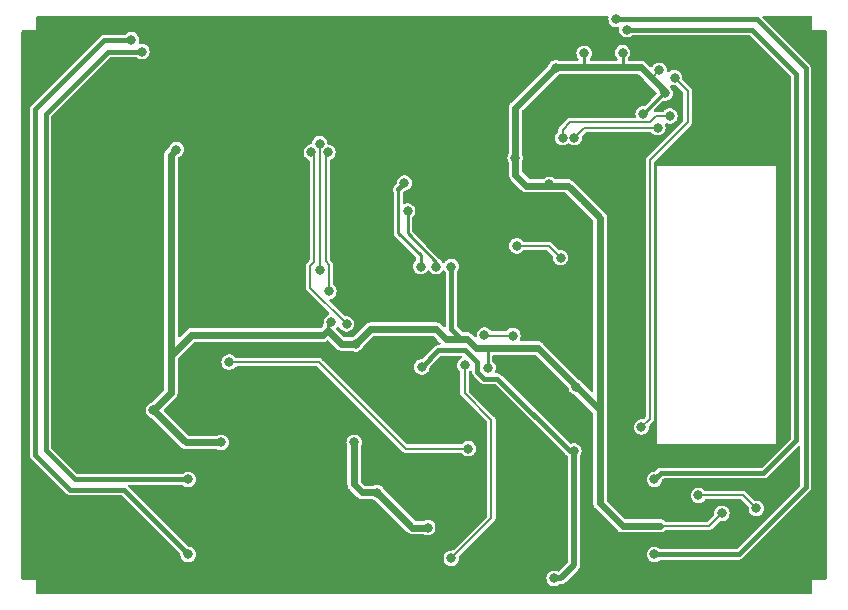
<source format=gbl>
%TF.GenerationSoftware,KiCad,Pcbnew,7.0.1*%
%TF.CreationDate,2023-05-13T16:18:37+01:00*%
%TF.ProjectId,UGR-22 Screen,5547522d-3232-4205-9363-7265656e2e6b,rev?*%
%TF.SameCoordinates,Original*%
%TF.FileFunction,Copper,L2,Bot*%
%TF.FilePolarity,Positive*%
%FSLAX46Y46*%
G04 Gerber Fmt 4.6, Leading zero omitted, Abs format (unit mm)*
G04 Created by KiCad (PCBNEW 7.0.1) date 2023-05-13 16:18:37*
%MOMM*%
%LPD*%
G01*
G04 APERTURE LIST*
%TA.AperFunction,ViaPad*%
%ADD10C,0.800000*%
%TD*%
%TA.AperFunction,Conductor*%
%ADD11C,0.254000*%
%TD*%
%TA.AperFunction,Conductor*%
%ADD12C,0.625000*%
%TD*%
%TA.AperFunction,Conductor*%
%ADD13C,0.203200*%
%TD*%
%TA.AperFunction,Conductor*%
%ADD14C,0.381000*%
%TD*%
%TA.AperFunction,Conductor*%
%ADD15C,0.508000*%
%TD*%
%TA.AperFunction,Conductor*%
%ADD16C,0.200000*%
%TD*%
G04 APERTURE END LIST*
D10*
%TO.N,GND*%
X126500000Y-144800000D03*
X110300000Y-125500000D03*
X147700000Y-129000000D03*
X114300000Y-152900000D03*
X126875000Y-130350000D03*
X103775000Y-143800000D03*
X132100000Y-146200000D03*
X110200000Y-140900000D03*
X97200000Y-145900000D03*
X110075000Y-133475000D03*
X97300000Y-140900000D03*
X106025000Y-158175000D03*
X116800000Y-124900000D03*
X139600000Y-155300000D03*
X118425000Y-135250000D03*
X144700000Y-129000000D03*
X123125000Y-121500000D03*
X107900000Y-142400000D03*
X113075000Y-158475000D03*
X86700000Y-161400000D03*
X110000000Y-139600000D03*
X119200000Y-156700000D03*
X91475000Y-163375000D03*
X110925000Y-148900000D03*
X119300000Y-149700000D03*
X110400000Y-130700000D03*
X109625000Y-155625000D03*
X100400000Y-139500000D03*
X110925000Y-162650000D03*
X125350000Y-125200000D03*
X102700000Y-151800000D03*
X119025000Y-140375000D03*
X100475000Y-133700000D03*
X125800000Y-149300000D03*
X97475000Y-163375000D03*
X118100000Y-165500000D03*
X132100000Y-130200000D03*
X97300000Y-155300000D03*
X97200000Y-150900000D03*
X136600000Y-128800000D03*
X89375000Y-149125000D03*
X89350000Y-145675000D03*
X101200000Y-155325000D03*
X132100000Y-138200000D03*
X114400000Y-118700000D03*
X147700000Y-155300000D03*
X124100000Y-141300000D03*
X136675000Y-162350000D03*
X143400000Y-164000000D03*
X81825000Y-163400000D03*
X89075000Y-134475000D03*
X132100000Y-150200000D03*
X124225000Y-134250000D03*
X96250000Y-134475000D03*
X103600000Y-122600000D03*
X132100000Y-142200000D03*
X132100000Y-154200000D03*
X83825000Y-130250000D03*
X132100000Y-134200000D03*
%TO.N,+3V3*%
X127175000Y-149200000D03*
X132850000Y-126073900D03*
X93325000Y-129100000D03*
X116600000Y-139000000D03*
X97100000Y-153900000D03*
X91375000Y-151175000D03*
X122000000Y-129800000D03*
X110300000Y-158150000D03*
X106450000Y-143700000D03*
X119700500Y-147590000D03*
X125425000Y-122175000D03*
X139500000Y-159900000D03*
X134700000Y-124325000D03*
X131100000Y-120900000D03*
X134200000Y-122400000D03*
X127850000Y-120950000D03*
X108375000Y-153900000D03*
X124900000Y-132050000D03*
X108500000Y-145550000D03*
X114600000Y-161100000D03*
%TO.N,+5V*%
X114100000Y-147500000D03*
X125300000Y-165400000D03*
X126975000Y-154625000D03*
%TO.N,MCU_RX*%
X107725000Y-143875000D03*
X104748900Y-129319486D03*
%TO.N,LCD_CS*%
X122150000Y-137250000D03*
X125850000Y-138250000D03*
%TO.N,LCD_RST*%
X119400000Y-144800000D03*
X121800000Y-144850000D03*
%TO.N,FLASH_CS*%
X118025000Y-154425000D03*
X97800000Y-147100000D03*
%TO.N,I2C1_SCL*%
X135100000Y-126250000D03*
X126025000Y-128100000D03*
%TO.N,I2C1_SDA*%
X134075000Y-127250000D03*
X127025000Y-128100000D03*
%TO.N,SWDIO*%
X105450000Y-128600000D03*
X105450000Y-139300000D03*
%TO.N,SWCLK*%
X106151100Y-129325000D03*
X106225000Y-141101100D03*
%TO.N,CANL*%
X112900000Y-134300000D03*
X115300000Y-139000000D03*
%TO.N,CANH*%
X112635135Y-131935135D03*
X114000000Y-139000000D03*
%TO.N,SWITCH_1*%
X142425000Y-159475000D03*
X137525000Y-158375000D03*
%TO.N,SWITCH_2*%
X117716024Y-147365985D03*
X116600000Y-163700000D03*
%TO.N,SW1_1*%
X131475000Y-118950000D03*
X133800000Y-157025000D03*
%TO.N,SW1_2*%
X133800000Y-163375000D03*
X130550000Y-118075000D03*
%TO.N,SW2_2*%
X89500000Y-119800000D03*
X94325000Y-163375000D03*
X94300000Y-157025000D03*
X90400000Y-120800000D03*
%TO.N,TS_IRQ*%
X135500000Y-123000000D03*
X132700000Y-152600000D03*
%TD*%
D11*
%TO.N,+3V3*%
X125425000Y-122175000D02*
X125450000Y-122150000D01*
X134598900Y-124325000D02*
X134700000Y-124325000D01*
X116271180Y-145100000D02*
X116125000Y-145246180D01*
X119700500Y-147590000D02*
X119700500Y-146100500D01*
X134362500Y-123987500D02*
X134362500Y-123837500D01*
D12*
X94100000Y-153900000D02*
X91375000Y-151175000D01*
X116125000Y-145100000D02*
X115325000Y-144300000D01*
D11*
X134700000Y-124325000D02*
X134362500Y-123987500D01*
D12*
X125425000Y-122150000D02*
X126200000Y-122150000D01*
X92850000Y-129575000D02*
X93325000Y-129100000D01*
D11*
X119500000Y-145900000D02*
X118700000Y-145900000D01*
D12*
X126587500Y-148562500D02*
X127475000Y-149450000D01*
X97100000Y-153900000D02*
X94100000Y-153900000D01*
X131050000Y-122150000D02*
X132675000Y-122150000D01*
X108375000Y-157450000D02*
X108375000Y-153900000D01*
X131100000Y-160950000D02*
X134250000Y-160950000D01*
X114600000Y-161100000D02*
X113300000Y-161100000D01*
D13*
X139500000Y-159900000D02*
X138450000Y-160950000D01*
D12*
X129200000Y-151175000D02*
X129200000Y-134875000D01*
X122950000Y-132150000D02*
X122025000Y-131225000D01*
X122025000Y-130550000D02*
X122025000Y-129225000D01*
D11*
X119700500Y-146100500D02*
X119500000Y-145900000D01*
D12*
X117900000Y-145100000D02*
X117450000Y-145100000D01*
D11*
X122000000Y-129800000D02*
X122000000Y-129250000D01*
D12*
X92850000Y-149700000D02*
X92850000Y-146550000D01*
D11*
X110300000Y-158125000D02*
X110300000Y-158150000D01*
D12*
X127475000Y-149450000D02*
X129200000Y-151175000D01*
D11*
X106137500Y-144412500D02*
X106137500Y-144012500D01*
D13*
X134200000Y-122400000D02*
X133562500Y-123037500D01*
D11*
X125450000Y-122150000D02*
X126200000Y-122150000D01*
D12*
X115325000Y-144300000D02*
X109750000Y-144300000D01*
X106137500Y-144412500D02*
X107275000Y-145550000D01*
D11*
X127175000Y-149150000D02*
X126587500Y-148562500D01*
D12*
X127650000Y-122150000D02*
X131050000Y-122150000D01*
X133562500Y-123037500D02*
X134362500Y-123837500D01*
X129200000Y-134875000D02*
X127625000Y-133300000D01*
X134725000Y-124200000D02*
X134725000Y-124350000D01*
D11*
X131100000Y-122100000D02*
X131050000Y-122150000D01*
D12*
X133050000Y-122525000D02*
X133562500Y-123037500D01*
D14*
X116600000Y-144250000D02*
X117450000Y-145100000D01*
D12*
X122025000Y-125550000D02*
X125425000Y-122150000D01*
X132675000Y-122150000D02*
X133050000Y-122525000D01*
X129200000Y-151175000D02*
X129200000Y-159050000D01*
X94600000Y-144800000D02*
X105750000Y-144800000D01*
X92850000Y-149700000D02*
X92850000Y-130275000D01*
D11*
X122000000Y-129250000D02*
X122025000Y-129225000D01*
D12*
X122025000Y-129225000D02*
X122025000Y-125550000D01*
X127625000Y-133300000D02*
X126475000Y-132150000D01*
D11*
X131100000Y-120900000D02*
X131100000Y-122100000D01*
D12*
X126475000Y-132150000D02*
X122950000Y-132150000D01*
X105750000Y-144800000D02*
X106137500Y-144412500D01*
D14*
X116600000Y-139000000D02*
X116600000Y-144250000D01*
D12*
X107275000Y-145550000D02*
X108500000Y-145550000D01*
X110300000Y-158125000D02*
X109050000Y-158125000D01*
X118700000Y-145900000D02*
X117900000Y-145100000D01*
X126200000Y-122150000D02*
X127650000Y-122150000D01*
D11*
X106137500Y-144012500D02*
X106450000Y-143700000D01*
D12*
X109050000Y-158125000D02*
X108375000Y-157450000D01*
X109750000Y-144300000D02*
X108500000Y-145550000D01*
X113300000Y-161100000D02*
X110350000Y-158150000D01*
X129200000Y-159050000D02*
X131100000Y-160950000D01*
X110350000Y-158150000D02*
X110300000Y-158150000D01*
X92850000Y-130275000D02*
X92850000Y-129575000D01*
D11*
X127850000Y-121950000D02*
X127650000Y-122150000D01*
X132850000Y-126073900D02*
X134598900Y-124325000D01*
D12*
X92850000Y-146550000D02*
X94600000Y-144800000D01*
X134362500Y-123837500D02*
X134725000Y-124200000D01*
X91375000Y-151175000D02*
X92850000Y-149700000D01*
X117450000Y-145100000D02*
X116271180Y-145100000D01*
X122025000Y-131225000D02*
X122025000Y-130550000D01*
X126587500Y-148562500D02*
X123925000Y-145900000D01*
D13*
X138450000Y-160950000D02*
X134250000Y-160950000D01*
D11*
X127850000Y-120950000D02*
X127850000Y-121950000D01*
X127175000Y-149200000D02*
X127175000Y-149150000D01*
D12*
X123925000Y-145900000D02*
X118700000Y-145900000D01*
D14*
%TO.N,+5V*%
X118800000Y-147100000D02*
X118800000Y-147903373D01*
X120500000Y-148500000D02*
X126625000Y-154625000D01*
X115500000Y-146100000D02*
X117800000Y-146100000D01*
D15*
X126975000Y-164300000D02*
X126975000Y-154625000D01*
D14*
X126625000Y-154625000D02*
X126975000Y-154625000D01*
X117800000Y-146100000D02*
X118800000Y-147100000D01*
X114100000Y-147500000D02*
X115500000Y-146100000D01*
X119396627Y-148500000D02*
X120500000Y-148500000D01*
D15*
X125300000Y-165400000D02*
X125875000Y-165400000D01*
X125875000Y-165400000D02*
X126975000Y-164300000D01*
D14*
X118800000Y-147903373D02*
X119396627Y-148500000D01*
D13*
%TO.N,MCU_RX*%
X104748900Y-129319486D02*
X104950000Y-129520586D01*
X104950000Y-138641739D02*
X104650000Y-138941739D01*
X104950000Y-129520586D02*
X104950000Y-138641739D01*
X104650000Y-138941739D02*
X104650000Y-140800000D01*
X104650000Y-140800000D02*
X107725000Y-143875000D01*
%TO.N,LCD_CS*%
X124850000Y-137250000D02*
X122150000Y-137250000D01*
X125850000Y-138250000D02*
X124850000Y-137250000D01*
%TO.N,LCD_RST*%
X119450000Y-144850000D02*
X121800000Y-144850000D01*
X119400000Y-144800000D02*
X119450000Y-144850000D01*
%TO.N,FLASH_CS*%
X112725000Y-154425000D02*
X105400000Y-147100000D01*
X105400000Y-147100000D02*
X97800000Y-147100000D01*
X118025000Y-154425000D02*
X112725000Y-154425000D01*
%TO.N,I2C1_SCL*%
X126683478Y-126775000D02*
X126025000Y-127433478D01*
X126025000Y-127433478D02*
X126025000Y-128100000D01*
X133916739Y-126250000D02*
X133391739Y-126775000D01*
X135100000Y-126250000D02*
X133916739Y-126250000D01*
X133391739Y-126775000D02*
X126683478Y-126775000D01*
%TO.N,I2C1_SDA*%
X127875000Y-127250000D02*
X134075000Y-127250000D01*
X127025000Y-128100000D02*
X127875000Y-127250000D01*
%TO.N,SWDIO*%
X105450000Y-128600000D02*
X105450000Y-139300000D01*
%TO.N,SWCLK*%
X105950000Y-138575000D02*
X106225000Y-138850000D01*
X106151100Y-129325000D02*
X105950000Y-129526100D01*
X106225000Y-138850000D02*
X106225000Y-141101100D01*
X105950000Y-129526100D02*
X105950000Y-138575000D01*
D11*
%TO.N,CANL*%
X115300000Y-139000000D02*
X115300000Y-138600000D01*
X112900000Y-136200000D02*
X112900000Y-134300000D01*
X115300000Y-138600000D02*
X112900000Y-136200000D01*
%TO.N,CANH*%
X112109989Y-136159989D02*
X112109989Y-132460281D01*
X114000000Y-139000000D02*
X114000000Y-138050000D01*
X114000000Y-138050000D02*
X112109989Y-136159989D01*
D14*
X112635135Y-131935135D02*
X112109989Y-132460281D01*
D16*
%TO.N,SWITCH_1*%
X137550000Y-158350000D02*
X137525000Y-158375000D01*
X141300000Y-158350000D02*
X137550000Y-158350000D01*
X142425000Y-159475000D02*
X141300000Y-158350000D01*
D13*
%TO.N,SWITCH_2*%
X117716024Y-149716024D02*
X120000000Y-152000000D01*
X117716024Y-147365985D02*
X117716024Y-149716024D01*
X120000000Y-152000000D02*
X120000000Y-160300000D01*
X120000000Y-160300000D02*
X116600000Y-163700000D01*
D14*
%TO.N,SW1_1*%
X134325000Y-156500000D02*
X133800000Y-157025000D01*
X145800000Y-122700000D02*
X145800000Y-153725000D01*
X145800000Y-153725000D02*
X143025000Y-156500000D01*
X131475000Y-118950000D02*
X142050000Y-118950000D01*
X143025000Y-156500000D02*
X134325000Y-156500000D01*
X142050000Y-118950000D02*
X145800000Y-122700000D01*
%TO.N,SW1_2*%
X140925000Y-163375000D02*
X133800000Y-163375000D01*
X146600000Y-122229021D02*
X146600000Y-157700000D01*
X130550000Y-118075000D02*
X142445979Y-118075000D01*
X142445979Y-118075000D02*
X146600000Y-122229021D01*
X146600000Y-157700000D02*
X140925000Y-163375000D01*
%TO.N,SW2_2*%
X84325000Y-157900000D02*
X88850000Y-157900000D01*
X87500000Y-120825000D02*
X82275000Y-126050000D01*
X87200000Y-119850000D02*
X81350000Y-125700000D01*
X84725000Y-157025000D02*
X94300000Y-157025000D01*
X81350000Y-125700000D02*
X81350000Y-154925000D01*
X89500000Y-119800000D02*
X89450000Y-119850000D01*
X90375000Y-120825000D02*
X87500000Y-120825000D01*
X82275000Y-154575000D02*
X84725000Y-157025000D01*
X89450000Y-119850000D02*
X87200000Y-119850000D01*
X90400000Y-120800000D02*
X90375000Y-120825000D01*
X81350000Y-154925000D02*
X84325000Y-157900000D01*
X88850000Y-157900000D02*
X94325000Y-163375000D01*
X82275000Y-126050000D02*
X82275000Y-154575000D01*
D13*
%TO.N,TS_IRQ*%
X133400000Y-151900000D02*
X132700000Y-152600000D01*
X136600000Y-126800000D02*
X133400000Y-130000000D01*
X133400000Y-130000000D02*
X133400000Y-151900000D01*
X135500000Y-123000000D02*
X136600000Y-124100000D01*
X136600000Y-124100000D02*
X136600000Y-126800000D01*
%TD*%
%TA.AperFunction,Conductor*%
%TO.N,GND*%
G36*
X147086945Y-117766945D02*
G01*
X147133103Y-117813068D01*
X147150000Y-117876096D01*
X147150000Y-119000000D01*
X148274000Y-119000000D01*
X148337000Y-119016881D01*
X148383119Y-119063000D01*
X148400000Y-119126000D01*
X148400000Y-165374000D01*
X148383119Y-165437000D01*
X148337000Y-165483119D01*
X148274000Y-165500000D01*
X147150000Y-165500000D01*
X147150000Y-166624000D01*
X147133119Y-166687000D01*
X147087000Y-166733119D01*
X147024000Y-166750000D01*
X81576000Y-166750000D01*
X81513000Y-166733119D01*
X81466881Y-166687000D01*
X81450000Y-166624000D01*
X81450000Y-165500000D01*
X80326000Y-165500000D01*
X80263000Y-165483119D01*
X80216881Y-165437000D01*
X80200000Y-165374000D01*
X80200000Y-154941826D01*
X80900289Y-154941826D01*
X80910771Y-154997230D01*
X80911559Y-155001872D01*
X80920906Y-155063881D01*
X80922281Y-155068059D01*
X80951574Y-155123486D01*
X80953696Y-155127688D01*
X80980908Y-155184193D01*
X80983451Y-155187775D01*
X80987908Y-155192232D01*
X80987910Y-155192235D01*
X81027810Y-155232135D01*
X81031053Y-155235502D01*
X81073710Y-155281475D01*
X81088493Y-155292818D01*
X83987666Y-158191991D01*
X83997081Y-158202526D01*
X84018905Y-158229892D01*
X84065497Y-158261659D01*
X84069341Y-158264386D01*
X84119794Y-158301623D01*
X84123705Y-158303597D01*
X84129740Y-158305458D01*
X84129741Y-158305459D01*
X84183663Y-158322091D01*
X84188080Y-158323545D01*
X84241335Y-158342180D01*
X84241337Y-158342180D01*
X84247304Y-158344268D01*
X84251611Y-158345000D01*
X84257927Y-158345000D01*
X84314340Y-158345000D01*
X84319050Y-158345087D01*
X84375386Y-158347196D01*
X84375386Y-158347195D01*
X84381698Y-158347432D01*
X84400170Y-158345000D01*
X88613485Y-158345000D01*
X88661703Y-158354591D01*
X88702580Y-158381905D01*
X93630804Y-163310130D01*
X93654994Y-163344066D01*
X93666790Y-163384037D01*
X93684850Y-163532781D01*
X93741212Y-163681394D01*
X93824964Y-163802730D01*
X93831502Y-163812201D01*
X93950471Y-163917599D01*
X94091207Y-163991463D01*
X94245529Y-164029500D01*
X94404469Y-164029500D01*
X94404471Y-164029500D01*
X94558793Y-163991463D01*
X94699529Y-163917599D01*
X94818498Y-163812201D01*
X94908787Y-163681395D01*
X94965149Y-163532782D01*
X94984307Y-163375000D01*
X94965149Y-163217218D01*
X94908787Y-163068605D01*
X94818498Y-162937799D01*
X94699529Y-162832401D01*
X94558793Y-162758537D01*
X94404471Y-162720500D01*
X94404469Y-162720500D01*
X94352015Y-162720500D01*
X94303797Y-162710909D01*
X94262920Y-162683595D01*
X89264420Y-157685095D01*
X89233682Y-157634936D01*
X89229066Y-157576289D01*
X89251579Y-157521939D01*
X89296312Y-157483733D01*
X89353515Y-157470000D01*
X93767519Y-157470000D01*
X93812199Y-157478188D01*
X93851073Y-157501688D01*
X93925469Y-157567598D01*
X93925471Y-157567599D01*
X94066207Y-157641463D01*
X94220529Y-157679500D01*
X94379469Y-157679500D01*
X94379471Y-157679500D01*
X94533793Y-157641463D01*
X94674529Y-157567599D01*
X94793498Y-157462201D01*
X94883787Y-157331395D01*
X94940149Y-157182782D01*
X94959307Y-157025000D01*
X94940149Y-156867218D01*
X94883787Y-156718605D01*
X94793498Y-156587799D01*
X94674529Y-156482401D01*
X94533793Y-156408537D01*
X94379471Y-156370500D01*
X94220529Y-156370500D01*
X94066206Y-156408537D01*
X94066207Y-156408537D01*
X93925469Y-156482401D01*
X93851073Y-156548312D01*
X93812199Y-156571812D01*
X93767519Y-156580000D01*
X84961515Y-156580000D01*
X84913297Y-156570409D01*
X84872420Y-156543095D01*
X82756905Y-154427580D01*
X82729591Y-154386703D01*
X82720000Y-154338485D01*
X82720000Y-151174999D01*
X90715693Y-151174999D01*
X90734850Y-151332780D01*
X90791212Y-151481394D01*
X90791213Y-151481395D01*
X90881502Y-151612201D01*
X91000471Y-151717599D01*
X91137284Y-151789404D01*
X91141207Y-151791463D01*
X91171328Y-151798887D01*
X91230272Y-151832131D01*
X93666951Y-154268810D01*
X93677818Y-154281201D01*
X93694939Y-154303514D01*
X93695611Y-154304389D01*
X93725348Y-154327207D01*
X93725351Y-154327210D01*
X93789916Y-154376752D01*
X93814054Y-154395274D01*
X93951983Y-154452406D01*
X94062834Y-154467000D01*
X94062840Y-154467000D01*
X94064503Y-154467219D01*
X94100000Y-154471892D01*
X94128973Y-154468078D01*
X94145418Y-154467000D01*
X96740908Y-154467000D01*
X96799462Y-154481432D01*
X96866207Y-154516463D01*
X97020529Y-154554500D01*
X97179469Y-154554500D01*
X97179471Y-154554500D01*
X97333793Y-154516463D01*
X97474529Y-154442599D01*
X97593498Y-154337201D01*
X97683787Y-154206395D01*
X97740149Y-154057782D01*
X97759307Y-153900000D01*
X107715693Y-153900000D01*
X107734850Y-154057780D01*
X107796638Y-154220701D01*
X107796566Y-154220728D01*
X107802294Y-154232492D01*
X107808000Y-154269979D01*
X107808000Y-157404583D01*
X107806922Y-157421029D01*
X107803108Y-157450000D01*
X107806922Y-157478971D01*
X107806922Y-157478978D01*
X107808000Y-157487166D01*
X107811753Y-157515675D01*
X107818920Y-157570108D01*
X107818920Y-157570110D01*
X107822593Y-157598015D01*
X107879726Y-157735948D01*
X107952813Y-157831196D01*
X107952821Y-157831205D01*
X107970608Y-157854386D01*
X107970609Y-157854387D01*
X107970611Y-157854389D01*
X107993808Y-157872189D01*
X108006189Y-157883048D01*
X108616951Y-158493810D01*
X108627818Y-158506201D01*
X108645611Y-158529389D01*
X108650033Y-158532782D01*
X108668798Y-158547181D01*
X108668809Y-158547190D01*
X108729048Y-158593414D01*
X108729050Y-158593415D01*
X108729052Y-158593416D01*
X108764054Y-158620274D01*
X108901983Y-158677406D01*
X109012834Y-158692000D01*
X109012840Y-158692000D01*
X109050000Y-158696892D01*
X109078973Y-158693078D01*
X109095418Y-158692000D01*
X109893274Y-158692000D01*
X109951826Y-158706431D01*
X110066207Y-158766463D01*
X110162687Y-158790242D01*
X110221627Y-158823486D01*
X112866951Y-161468810D01*
X112877818Y-161481201D01*
X112895611Y-161504389D01*
X112912046Y-161517000D01*
X112918798Y-161522181D01*
X112918809Y-161522190D01*
X113007505Y-161590250D01*
X113012499Y-161594630D01*
X113014054Y-161595274D01*
X113151983Y-161652406D01*
X113262834Y-161667000D01*
X113262840Y-161667000D01*
X113300000Y-161671892D01*
X113328973Y-161668078D01*
X113345418Y-161667000D01*
X114240908Y-161667000D01*
X114299462Y-161681432D01*
X114366207Y-161716463D01*
X114520529Y-161754500D01*
X114679469Y-161754500D01*
X114679471Y-161754500D01*
X114833793Y-161716463D01*
X114974529Y-161642599D01*
X115093498Y-161537201D01*
X115183787Y-161406395D01*
X115240149Y-161257782D01*
X115259307Y-161100000D01*
X115240149Y-160942218D01*
X115183787Y-160793605D01*
X115093498Y-160662799D01*
X114974529Y-160557401D01*
X114833793Y-160483537D01*
X114679471Y-160445500D01*
X114520529Y-160445500D01*
X114366207Y-160483537D01*
X114366206Y-160483537D01*
X114366204Y-160483538D01*
X114310241Y-160512910D01*
X114303476Y-160516461D01*
X114299463Y-160518567D01*
X114240908Y-160533000D01*
X113587049Y-160533000D01*
X113538831Y-160523409D01*
X113497954Y-160496095D01*
X110926326Y-157924467D01*
X110897610Y-157880054D01*
X110883787Y-157843605D01*
X110882268Y-157841405D01*
X110793498Y-157712799D01*
X110788434Y-157708313D01*
X110674529Y-157607401D01*
X110533793Y-157533537D01*
X110379471Y-157495500D01*
X110220529Y-157495500D01*
X110154791Y-157511703D01*
X110066205Y-157533537D01*
X110047097Y-157543567D01*
X109988541Y-157558000D01*
X109337049Y-157558000D01*
X109288831Y-157548409D01*
X109247954Y-157521095D01*
X108978905Y-157252046D01*
X108951591Y-157211169D01*
X108942000Y-157162951D01*
X108942000Y-154269979D01*
X108947706Y-154232492D01*
X108953433Y-154220728D01*
X108953362Y-154220701D01*
X108980664Y-154148709D01*
X109015149Y-154057782D01*
X109034307Y-153900000D01*
X109015149Y-153742218D01*
X108958787Y-153593605D01*
X108868498Y-153462799D01*
X108749529Y-153357401D01*
X108608793Y-153283537D01*
X108454471Y-153245500D01*
X108295529Y-153245500D01*
X108141207Y-153283537D01*
X108141206Y-153283537D01*
X108141204Y-153283538D01*
X108000472Y-153357400D01*
X107881501Y-153462799D01*
X107791212Y-153593605D01*
X107734850Y-153742219D01*
X107715693Y-153900000D01*
X97759307Y-153900000D01*
X97740149Y-153742218D01*
X97683787Y-153593605D01*
X97593498Y-153462799D01*
X97474529Y-153357401D01*
X97333793Y-153283537D01*
X97179471Y-153245500D01*
X97020529Y-153245500D01*
X96866207Y-153283537D01*
X96866206Y-153283537D01*
X96866204Y-153283538D01*
X96799463Y-153318567D01*
X96740908Y-153333000D01*
X94387049Y-153333000D01*
X94338831Y-153323409D01*
X94297954Y-153296095D01*
X92265953Y-151264094D01*
X92233341Y-151207610D01*
X92233341Y-151142388D01*
X92265950Y-151085908D01*
X93218815Y-150133042D01*
X93231191Y-150122188D01*
X93254389Y-150104389D01*
X93264507Y-150091203D01*
X93277208Y-150074649D01*
X93277210Y-150074649D01*
X93310508Y-150031253D01*
X93345273Y-149985948D01*
X93365229Y-149937770D01*
X93402406Y-149848017D01*
X93411960Y-149775447D01*
X93417000Y-149737166D01*
X93418078Y-149728978D01*
X93418078Y-149728971D01*
X93421892Y-149700000D01*
X93418078Y-149671027D01*
X93417000Y-149654582D01*
X93417000Y-147100000D01*
X97140693Y-147100000D01*
X97159850Y-147257780D01*
X97216212Y-147406394D01*
X97297227Y-147523765D01*
X97306502Y-147537201D01*
X97425471Y-147642599D01*
X97566207Y-147716463D01*
X97720529Y-147754500D01*
X97879469Y-147754500D01*
X97879471Y-147754500D01*
X98033793Y-147716463D01*
X98174529Y-147642599D01*
X98293498Y-147537201D01*
X98311913Y-147510521D01*
X98357053Y-147470532D01*
X98415608Y-147456100D01*
X105200309Y-147456100D01*
X105248527Y-147465691D01*
X105289404Y-147493005D01*
X112437841Y-154641443D01*
X112454228Y-154661622D01*
X112459383Y-154669513D01*
X112459386Y-154669515D01*
X112482661Y-154687631D01*
X112493860Y-154697520D01*
X112494062Y-154697664D01*
X112494064Y-154697666D01*
X112509986Y-154709034D01*
X112514135Y-154712127D01*
X112518205Y-154715295D01*
X112559163Y-154747174D01*
X112566439Y-154749340D01*
X112613841Y-154763452D01*
X112618770Y-154765030D01*
X112665577Y-154781100D01*
X112665580Y-154781100D01*
X112672760Y-154783565D01*
X112680342Y-154783251D01*
X112680344Y-154783252D01*
X112729756Y-154781207D01*
X112734964Y-154781100D01*
X117409392Y-154781100D01*
X117467947Y-154795532D01*
X117513086Y-154835521D01*
X117531502Y-154862201D01*
X117650471Y-154967599D01*
X117791207Y-155041463D01*
X117945529Y-155079500D01*
X118104469Y-155079500D01*
X118104471Y-155079500D01*
X118258793Y-155041463D01*
X118399529Y-154967599D01*
X118518498Y-154862201D01*
X118608787Y-154731395D01*
X118665149Y-154582782D01*
X118684307Y-154425000D01*
X118665149Y-154267218D01*
X118608787Y-154118605D01*
X118518498Y-153987799D01*
X118399529Y-153882401D01*
X118258793Y-153808537D01*
X118104471Y-153770500D01*
X117945529Y-153770500D01*
X117791207Y-153808537D01*
X117791206Y-153808537D01*
X117791204Y-153808538D01*
X117650472Y-153882400D01*
X117650470Y-153882401D01*
X117650471Y-153882401D01*
X117531502Y-153987799D01*
X117513086Y-154014478D01*
X117467947Y-154054468D01*
X117409392Y-154068900D01*
X112924692Y-154068900D01*
X112876474Y-154059309D01*
X112835597Y-154031995D01*
X105687158Y-146883557D01*
X105670770Y-146863377D01*
X105665614Y-146855485D01*
X105642331Y-146837363D01*
X105631149Y-146827487D01*
X105630935Y-146827334D01*
X105615013Y-146815965D01*
X105610890Y-146812892D01*
X105571828Y-146782489D01*
X105571825Y-146782488D01*
X105565833Y-146777824D01*
X105511137Y-146761539D01*
X105506181Y-146759951D01*
X105452242Y-146741434D01*
X105395244Y-146743792D01*
X105390036Y-146743900D01*
X98415608Y-146743900D01*
X98357053Y-146729468D01*
X98311913Y-146689478D01*
X98293498Y-146662799D01*
X98174529Y-146557401D01*
X98072601Y-146503905D01*
X98033795Y-146483538D01*
X98033794Y-146483537D01*
X98033793Y-146483537D01*
X97879471Y-146445500D01*
X97720529Y-146445500D01*
X97566207Y-146483537D01*
X97566206Y-146483537D01*
X97566204Y-146483538D01*
X97425472Y-146557400D01*
X97306501Y-146662799D01*
X97216212Y-146793605D01*
X97159850Y-146942219D01*
X97140693Y-147100000D01*
X93417000Y-147100000D01*
X93417000Y-146837049D01*
X93426591Y-146788831D01*
X93453905Y-146747954D01*
X94797954Y-145403905D01*
X94838831Y-145376591D01*
X94887049Y-145367000D01*
X105704583Y-145367000D01*
X105721028Y-145368077D01*
X105750000Y-145371892D01*
X105787160Y-145367000D01*
X105787166Y-145367000D01*
X105898017Y-145352406D01*
X106035946Y-145295274D01*
X106038504Y-145293310D01*
X106046451Y-145287214D01*
X106049189Y-145285112D01*
X106051512Y-145283329D01*
X106106338Y-145259197D01*
X106166113Y-145263110D01*
X106217326Y-145294185D01*
X106841951Y-145918810D01*
X106852818Y-145931201D01*
X106870611Y-145954389D01*
X106893798Y-145972181D01*
X106893809Y-145972190D01*
X106943553Y-146010361D01*
X106980464Y-146038683D01*
X106989054Y-146045274D01*
X107126983Y-146102406D01*
X107237834Y-146117000D01*
X107237840Y-146117000D01*
X107275000Y-146121892D01*
X107303973Y-146118078D01*
X107320418Y-146117000D01*
X108140908Y-146117000D01*
X108199462Y-146131432D01*
X108266207Y-146166463D01*
X108420529Y-146204500D01*
X108579469Y-146204500D01*
X108579471Y-146204500D01*
X108733793Y-146166463D01*
X108874529Y-146092599D01*
X108993498Y-145987201D01*
X109083787Y-145856395D01*
X109128158Y-145739396D01*
X109156872Y-145694985D01*
X109947954Y-144903904D01*
X109988832Y-144876591D01*
X110037050Y-144867000D01*
X115037951Y-144867000D01*
X115086169Y-144876591D01*
X115127043Y-144903902D01*
X115404282Y-145181141D01*
X115663046Y-145439905D01*
X115693783Y-145490064D01*
X115698399Y-145548711D01*
X115675886Y-145603061D01*
X115631153Y-145641267D01*
X115573950Y-145655000D01*
X115532063Y-145655000D01*
X115517957Y-145654208D01*
X115483173Y-145650289D01*
X115483172Y-145650289D01*
X115427768Y-145660771D01*
X115423126Y-145661560D01*
X115361118Y-145670906D01*
X115356939Y-145672281D01*
X115301490Y-145701586D01*
X115297289Y-145703707D01*
X115240818Y-145730903D01*
X115237214Y-145733460D01*
X115192874Y-145777799D01*
X115189484Y-145781065D01*
X115143529Y-145823706D01*
X115132184Y-145838489D01*
X114162077Y-146808597D01*
X114121203Y-146835909D01*
X114072985Y-146845500D01*
X114020529Y-146845500D01*
X113866207Y-146883537D01*
X113866206Y-146883537D01*
X113866204Y-146883538D01*
X113725472Y-146957400D01*
X113606501Y-147062799D01*
X113516212Y-147193605D01*
X113459850Y-147342219D01*
X113440693Y-147499999D01*
X113459850Y-147657780D01*
X113516212Y-147806394D01*
X113601466Y-147929906D01*
X113606502Y-147937201D01*
X113725471Y-148042599D01*
X113866207Y-148116463D01*
X114020529Y-148154500D01*
X114179469Y-148154500D01*
X114179471Y-148154500D01*
X114333793Y-148116463D01*
X114474529Y-148042599D01*
X114593498Y-147937201D01*
X114683787Y-147806395D01*
X114740149Y-147657782D01*
X114756421Y-147523767D01*
X114758210Y-147509036D01*
X114770006Y-147469064D01*
X114794193Y-147435130D01*
X115647420Y-146581904D01*
X115688298Y-146554591D01*
X115736516Y-146545000D01*
X117360714Y-146545000D01*
X117424591Y-146562392D01*
X117470834Y-146609766D01*
X117486677Y-146674045D01*
X117467747Y-146737483D01*
X117419269Y-146782567D01*
X117341496Y-146823385D01*
X117222525Y-146928784D01*
X117132236Y-147059590D01*
X117075874Y-147208204D01*
X117056717Y-147365984D01*
X117075874Y-147523765D01*
X117132236Y-147672379D01*
X117132237Y-147672380D01*
X117222526Y-147803186D01*
X117317479Y-147887307D01*
X117348823Y-147929906D01*
X117359924Y-147981618D01*
X117359924Y-149666024D01*
X117357242Y-149691881D01*
X117355307Y-149701105D01*
X117358956Y-149730370D01*
X117359882Y-149745288D01*
X117363141Y-149764821D01*
X117363891Y-149769966D01*
X117370947Y-149826569D01*
X117398109Y-149876761D01*
X117400491Y-149881390D01*
X117425540Y-149932629D01*
X117467537Y-149971289D01*
X117471295Y-149974896D01*
X119606995Y-152110596D01*
X119634309Y-152151473D01*
X119643900Y-152199691D01*
X119643900Y-160100309D01*
X119634309Y-160148527D01*
X119606995Y-160189404D01*
X116787024Y-163009373D01*
X116731775Y-163041647D01*
X116694770Y-163042211D01*
X116694770Y-163045500D01*
X116679471Y-163045500D01*
X116520529Y-163045500D01*
X116366207Y-163083537D01*
X116366206Y-163083537D01*
X116366204Y-163083538D01*
X116225472Y-163157400D01*
X116106501Y-163262799D01*
X116016212Y-163393605D01*
X115959850Y-163542219D01*
X115940693Y-163699999D01*
X115959850Y-163857780D01*
X116016212Y-164006394D01*
X116098961Y-164126277D01*
X116106502Y-164137201D01*
X116225471Y-164242599D01*
X116366207Y-164316463D01*
X116520529Y-164354500D01*
X116679469Y-164354500D01*
X116679471Y-164354500D01*
X116833793Y-164316463D01*
X116974529Y-164242599D01*
X117093498Y-164137201D01*
X117183787Y-164006395D01*
X117240149Y-163857782D01*
X117259307Y-163700000D01*
X117249842Y-163622050D01*
X117255815Y-163565765D01*
X117285826Y-163517773D01*
X120216445Y-160587154D01*
X120236616Y-160570774D01*
X120244515Y-160565614D01*
X120262635Y-160542331D01*
X120272519Y-160531141D01*
X120284017Y-160515036D01*
X120287117Y-160510877D01*
X120317511Y-160471828D01*
X120317511Y-160471826D01*
X120322175Y-160465835D01*
X120324339Y-160458562D01*
X120324341Y-160458561D01*
X120338470Y-160411099D01*
X120340020Y-160406257D01*
X120356100Y-160359423D01*
X120356100Y-160359419D01*
X120358565Y-160352239D01*
X120358251Y-160344657D01*
X120358252Y-160344656D01*
X120356207Y-160295243D01*
X120356100Y-160290036D01*
X120356100Y-152050000D01*
X120358782Y-152024143D01*
X120360716Y-152014918D01*
X120357068Y-151985654D01*
X120356142Y-151970747D01*
X120356100Y-151970495D01*
X120356100Y-151970492D01*
X120352875Y-151951173D01*
X120352137Y-151946103D01*
X120346015Y-151896987D01*
X120346013Y-151896984D01*
X120345075Y-151889453D01*
X120341463Y-151882779D01*
X120341463Y-151882776D01*
X120317906Y-151839247D01*
X120315540Y-151834648D01*
X120290484Y-151783395D01*
X120248485Y-151744733D01*
X120244727Y-151741126D01*
X118109029Y-149605428D01*
X118081715Y-149564551D01*
X118072124Y-149516333D01*
X118072124Y-147981618D01*
X118083224Y-147929907D01*
X118114564Y-147887311D01*
X118145020Y-147860329D01*
X118203809Y-147831101D01*
X118269328Y-147835418D01*
X118323779Y-147872113D01*
X118352374Y-147931221D01*
X118360771Y-147975603D01*
X118361559Y-147980245D01*
X118370906Y-148042254D01*
X118372281Y-148046432D01*
X118401574Y-148101859D01*
X118403696Y-148106061D01*
X118430908Y-148162566D01*
X118433451Y-148166148D01*
X118437908Y-148170605D01*
X118437910Y-148170608D01*
X118477810Y-148210508D01*
X118481053Y-148213875D01*
X118523710Y-148259848D01*
X118538493Y-148271191D01*
X119059292Y-148791990D01*
X119068708Y-148802526D01*
X119090530Y-148829891D01*
X119137125Y-148861659D01*
X119140937Y-148864364D01*
X119186343Y-148897875D01*
X119186345Y-148897875D01*
X119191424Y-148901624D01*
X119195331Y-148903597D01*
X119201368Y-148905459D01*
X119255246Y-148922078D01*
X119259708Y-148923546D01*
X119278298Y-148930051D01*
X119318923Y-148944267D01*
X119323235Y-148945000D01*
X119329554Y-148945000D01*
X119385955Y-148945000D01*
X119390666Y-148945088D01*
X119453321Y-148947432D01*
X119471796Y-148945000D01*
X120263485Y-148945000D01*
X120311703Y-148954591D01*
X120352580Y-148981905D01*
X126287665Y-154916990D01*
X126297081Y-154927526D01*
X126318903Y-154954891D01*
X126365498Y-154986659D01*
X126369310Y-154989364D01*
X126394770Y-155008154D01*
X126415322Y-155023322D01*
X126452980Y-155067919D01*
X126466500Y-155124701D01*
X126466500Y-164037181D01*
X126456909Y-164085399D01*
X126429595Y-164126277D01*
X125755786Y-164800084D01*
X125711371Y-164828800D01*
X125659083Y-164836758D01*
X125608139Y-164822556D01*
X125533793Y-164783537D01*
X125379471Y-164745500D01*
X125220529Y-164745500D01*
X125066207Y-164783537D01*
X125066206Y-164783537D01*
X125066204Y-164783538D01*
X124925472Y-164857400D01*
X124806501Y-164962799D01*
X124716212Y-165093605D01*
X124659850Y-165242219D01*
X124640693Y-165399999D01*
X124659850Y-165557780D01*
X124716212Y-165706394D01*
X124804432Y-165834203D01*
X124806502Y-165837201D01*
X124925471Y-165942599D01*
X125066207Y-166016463D01*
X125220529Y-166054500D01*
X125379469Y-166054500D01*
X125379471Y-166054500D01*
X125533793Y-166016463D01*
X125674529Y-165942599D01*
X125677250Y-165940187D01*
X125716125Y-165916688D01*
X125760805Y-165908500D01*
X125806784Y-165908500D01*
X125833564Y-165911379D01*
X125835378Y-165911773D01*
X125838351Y-165912420D01*
X125888674Y-165908820D01*
X125897661Y-165908500D01*
X125911366Y-165908500D01*
X125911368Y-165908500D01*
X125924935Y-165906548D01*
X125933875Y-165905588D01*
X125946152Y-165904709D01*
X125984201Y-165901989D01*
X125988786Y-165900278D01*
X126014898Y-165893614D01*
X126019734Y-165892919D01*
X126065642Y-165871952D01*
X126073910Y-165868528D01*
X126121204Y-165850889D01*
X126125121Y-165847955D01*
X126148291Y-165834208D01*
X126152743Y-165832176D01*
X126190877Y-165799130D01*
X126197864Y-165793500D01*
X126208848Y-165785280D01*
X126218550Y-165775576D01*
X126225138Y-165769444D01*
X126263250Y-165736421D01*
X126265896Y-165732301D01*
X126282795Y-165711331D01*
X127286331Y-164707795D01*
X127307301Y-164690896D01*
X127311421Y-164688250D01*
X127344450Y-164650131D01*
X127350580Y-164643547D01*
X127360280Y-164633848D01*
X127368500Y-164622864D01*
X127374130Y-164615877D01*
X127407176Y-164577743D01*
X127409208Y-164573291D01*
X127422957Y-164550120D01*
X127425889Y-164546204D01*
X127443528Y-164498910D01*
X127446952Y-164490642D01*
X127467919Y-164444734D01*
X127468614Y-164439898D01*
X127475279Y-164413785D01*
X127476989Y-164409200D01*
X127480588Y-164358875D01*
X127481550Y-164349926D01*
X127483500Y-164336366D01*
X127483500Y-164322661D01*
X127483821Y-164313673D01*
X127487420Y-164263351D01*
X127486379Y-164258564D01*
X127483500Y-164231784D01*
X127483500Y-155079730D01*
X127489205Y-155042245D01*
X127505804Y-155008154D01*
X127513344Y-154997230D01*
X127558787Y-154931395D01*
X127615149Y-154782782D01*
X127634307Y-154625000D01*
X127615149Y-154467218D01*
X127558787Y-154318605D01*
X127468498Y-154187799D01*
X127349529Y-154082401D01*
X127208793Y-154008537D01*
X127054471Y-153970500D01*
X126895529Y-153970500D01*
X126727294Y-154011965D01*
X126663306Y-154010998D01*
X126608046Y-153978721D01*
X120837337Y-148208012D01*
X120827922Y-148197478D01*
X120826697Y-148195942D01*
X120806095Y-148170108D01*
X120759518Y-148138352D01*
X120755683Y-148135630D01*
X120705214Y-148098383D01*
X120701285Y-148096399D01*
X120641370Y-148077918D01*
X120636895Y-148076445D01*
X120577720Y-148055738D01*
X120573372Y-148055000D01*
X120567073Y-148055000D01*
X120510672Y-148055000D01*
X120505961Y-148054912D01*
X120443305Y-148052567D01*
X120424831Y-148055000D01*
X120406679Y-148055000D01*
X120348124Y-148040567D01*
X120302983Y-148000576D01*
X120281598Y-147944188D01*
X120288867Y-147884320D01*
X120319637Y-147803185D01*
X120340649Y-147747782D01*
X120359807Y-147590000D01*
X120340649Y-147432218D01*
X120284287Y-147283605D01*
X120193998Y-147152799D01*
X120124446Y-147091181D01*
X120093101Y-147048581D01*
X120082000Y-146996869D01*
X120082000Y-146593000D01*
X120098881Y-146530000D01*
X120145000Y-146483881D01*
X120208000Y-146467000D01*
X123637951Y-146467000D01*
X123686169Y-146476591D01*
X123727046Y-146503905D01*
X126497738Y-149274597D01*
X126521928Y-149308533D01*
X126533724Y-149348503D01*
X126534850Y-149357780D01*
X126591213Y-149506395D01*
X126674046Y-149626400D01*
X126681502Y-149637201D01*
X126800471Y-149742599D01*
X126941207Y-149816463D01*
X127037687Y-149840242D01*
X127096627Y-149873486D01*
X128596095Y-151372954D01*
X128623409Y-151413831D01*
X128633000Y-151462049D01*
X128633000Y-159004583D01*
X128631922Y-159021029D01*
X128628108Y-159049999D01*
X128631922Y-159078971D01*
X128631922Y-159078978D01*
X128643722Y-159168605D01*
X128643722Y-159168606D01*
X128647593Y-159198016D01*
X128704726Y-159335948D01*
X128777813Y-159431196D01*
X128777821Y-159431205D01*
X128795608Y-159454386D01*
X128795609Y-159454387D01*
X128795611Y-159454389D01*
X128818808Y-159472189D01*
X128831189Y-159483048D01*
X130666951Y-161318810D01*
X130677818Y-161331201D01*
X130691492Y-161349022D01*
X130695611Y-161354389D01*
X130718798Y-161372181D01*
X130718809Y-161372190D01*
X130814051Y-161445273D01*
X130951983Y-161502406D01*
X131100000Y-161521893D01*
X131128979Y-161518077D01*
X131145424Y-161517000D01*
X134287167Y-161517000D01*
X134342591Y-161509702D01*
X134398017Y-161502406D01*
X134535946Y-161445274D01*
X134654389Y-161354389D01*
X134654390Y-161354386D01*
X134661382Y-161349022D01*
X134697853Y-161319093D01*
X134753579Y-161306100D01*
X138400000Y-161306100D01*
X138425857Y-161308782D01*
X138435081Y-161310716D01*
X138464346Y-161307068D01*
X138479253Y-161306142D01*
X138479505Y-161306100D01*
X138479508Y-161306100D01*
X138498801Y-161302879D01*
X138503919Y-161302134D01*
X138553013Y-161296015D01*
X138553015Y-161296013D01*
X138560547Y-161295075D01*
X138567220Y-161291463D01*
X138567224Y-161291463D01*
X138610762Y-161267900D01*
X138615344Y-161265541D01*
X138659782Y-161243819D01*
X138659784Y-161243816D01*
X138666606Y-161240482D01*
X138671744Y-161234899D01*
X138671746Y-161234899D01*
X138705278Y-161198471D01*
X138708837Y-161194762D01*
X139312975Y-160590624D01*
X139368231Y-160558349D01*
X139405229Y-160557789D01*
X139405229Y-160554500D01*
X139579469Y-160554500D01*
X139579471Y-160554500D01*
X139733793Y-160516463D01*
X139874529Y-160442599D01*
X139993498Y-160337201D01*
X140083787Y-160206395D01*
X140140149Y-160057782D01*
X140159307Y-159900000D01*
X140140149Y-159742218D01*
X140083787Y-159593605D01*
X139993498Y-159462799D01*
X139874529Y-159357401D01*
X139733793Y-159283537D01*
X139579471Y-159245500D01*
X139420529Y-159245500D01*
X139266207Y-159283537D01*
X139266206Y-159283537D01*
X139266204Y-159283538D01*
X139125472Y-159357400D01*
X139006501Y-159462799D01*
X138916212Y-159593605D01*
X138859850Y-159742219D01*
X138840693Y-159899997D01*
X138840693Y-159900000D01*
X138842174Y-159912201D01*
X138850157Y-159977945D01*
X138844183Y-160034233D01*
X138814171Y-160082226D01*
X138339404Y-160556995D01*
X138298526Y-160584309D01*
X138250308Y-160593900D01*
X134753579Y-160593900D01*
X134697853Y-160580907D01*
X134661382Y-160550977D01*
X134535945Y-160454725D01*
X134398016Y-160397593D01*
X134287167Y-160383000D01*
X134287166Y-160383000D01*
X131387049Y-160383000D01*
X131338831Y-160373409D01*
X131297954Y-160346095D01*
X129803905Y-158852046D01*
X129776591Y-158811169D01*
X129767000Y-158762951D01*
X129767000Y-158375000D01*
X136865693Y-158375000D01*
X136884850Y-158532780D01*
X136941212Y-158681394D01*
X137030789Y-158811169D01*
X137031502Y-158812201D01*
X137150471Y-158917599D01*
X137291207Y-158991463D01*
X137445529Y-159029500D01*
X137604469Y-159029500D01*
X137604471Y-159029500D01*
X137758793Y-158991463D01*
X137899529Y-158917599D01*
X138018498Y-158812201D01*
X138055273Y-158758922D01*
X138100414Y-158718932D01*
X138158969Y-158704500D01*
X141100971Y-158704500D01*
X141149189Y-158714091D01*
X141190066Y-158741405D01*
X141739415Y-159290754D01*
X141769427Y-159338747D01*
X141775401Y-159395034D01*
X141766036Y-159472180D01*
X141765693Y-159475002D01*
X141784850Y-159632780D01*
X141841212Y-159781394D01*
X141841213Y-159781395D01*
X141931502Y-159912201D01*
X142050471Y-160017599D01*
X142191207Y-160091463D01*
X142345529Y-160129500D01*
X142504469Y-160129500D01*
X142504471Y-160129500D01*
X142658793Y-160091463D01*
X142799529Y-160017599D01*
X142918498Y-159912201D01*
X143008787Y-159781395D01*
X143065149Y-159632782D01*
X143084307Y-159475000D01*
X143065149Y-159317218D01*
X143008787Y-159168605D01*
X142918498Y-159037799D01*
X142799529Y-158932401D01*
X142658793Y-158858537D01*
X142504471Y-158820500D01*
X142345529Y-158820500D01*
X142330230Y-158820500D01*
X142330230Y-158817685D01*
X142291417Y-158817097D01*
X142236160Y-158784821D01*
X141585908Y-158134569D01*
X141569520Y-158114389D01*
X141564420Y-158106583D01*
X141541277Y-158088570D01*
X141530124Y-158078720D01*
X141514060Y-158067250D01*
X141509890Y-158064140D01*
X141465089Y-158029271D01*
X141410676Y-158013071D01*
X141405721Y-158011484D01*
X141352007Y-157993045D01*
X141295286Y-157995392D01*
X141290078Y-157995500D01*
X138124456Y-157995500D01*
X138065901Y-157981068D01*
X138020761Y-157941078D01*
X138018498Y-157937799D01*
X137899529Y-157832401D01*
X137758793Y-157758537D01*
X137604471Y-157720500D01*
X137445529Y-157720500D01*
X137291207Y-157758537D01*
X137291206Y-157758537D01*
X137291204Y-157758538D01*
X137150472Y-157832400D01*
X137031501Y-157937799D01*
X136941212Y-158068605D01*
X136884850Y-158217219D01*
X136865693Y-158375000D01*
X129767000Y-158375000D01*
X129767000Y-154050000D01*
X134049459Y-154050000D01*
X134049500Y-154050099D01*
X134049617Y-154050383D01*
X134050000Y-154050541D01*
X134050002Y-154050539D01*
X134075014Y-154050524D01*
X134075014Y-154050528D01*
X134075158Y-154050500D01*
X144024842Y-154050500D01*
X144024985Y-154050528D01*
X144024986Y-154050524D01*
X144049997Y-154050539D01*
X144050000Y-154050541D01*
X144050383Y-154050383D01*
X144050500Y-154050099D01*
X144050541Y-154050000D01*
X144050541Y-154025048D01*
X144050500Y-154024842D01*
X144050500Y-130475158D01*
X144050528Y-130475014D01*
X144050524Y-130475014D01*
X144050539Y-130450002D01*
X144050541Y-130450000D01*
X144050383Y-130449617D01*
X144050381Y-130449616D01*
X144050380Y-130449615D01*
X144050305Y-130449584D01*
X144050096Y-130449498D01*
X144050002Y-130449459D01*
X144025048Y-130449459D01*
X144024842Y-130449500D01*
X134075158Y-130449500D01*
X134074952Y-130449459D01*
X134049998Y-130449459D01*
X134049901Y-130449499D01*
X134049696Y-130449584D01*
X134049618Y-130449615D01*
X134049617Y-130449617D01*
X134049459Y-130450000D01*
X134049476Y-130475014D01*
X134049471Y-130475014D01*
X134049500Y-130475158D01*
X134049500Y-154024842D01*
X134049459Y-154025048D01*
X134049459Y-154050000D01*
X129767000Y-154050000D01*
X129767000Y-151220417D01*
X129768078Y-151203971D01*
X129771892Y-151175000D01*
X129768077Y-151146028D01*
X129767000Y-151129583D01*
X129767000Y-134920417D01*
X129768078Y-134903971D01*
X129769505Y-134893131D01*
X129771892Y-134875000D01*
X129767000Y-134837840D01*
X129767000Y-134837834D01*
X129752406Y-134726983D01*
X129748552Y-134717679D01*
X129695274Y-134589054D01*
X129627210Y-134500351D01*
X129627207Y-134500348D01*
X129604389Y-134470611D01*
X129604388Y-134470610D01*
X129581195Y-134452813D01*
X129568805Y-134441946D01*
X126908051Y-131781192D01*
X126897184Y-131768802D01*
X126879387Y-131745609D01*
X126856205Y-131727821D01*
X126856196Y-131727813D01*
X126760948Y-131654726D01*
X126623010Y-131597591D01*
X126622616Y-131597541D01*
X126503986Y-131581923D01*
X126503971Y-131581922D01*
X126474999Y-131578107D01*
X126446027Y-131581922D01*
X126429582Y-131583000D01*
X125407648Y-131583000D01*
X125362968Y-131574812D01*
X125324095Y-131551313D01*
X125318205Y-131546095D01*
X125274529Y-131507401D01*
X125133793Y-131433537D01*
X124979471Y-131395500D01*
X124820529Y-131395500D01*
X124666207Y-131433537D01*
X124666206Y-131433537D01*
X124666204Y-131433538D01*
X124525472Y-131507400D01*
X124475905Y-131551313D01*
X124437032Y-131574812D01*
X124392352Y-131583000D01*
X123237049Y-131583000D01*
X123188831Y-131573409D01*
X123147954Y-131546095D01*
X122628905Y-131027046D01*
X122601591Y-130986169D01*
X122592000Y-130937951D01*
X122592000Y-130107830D01*
X122600188Y-130063150D01*
X122620359Y-130009964D01*
X122640149Y-129957782D01*
X122659307Y-129800000D01*
X122640149Y-129642218D01*
X122600321Y-129537201D01*
X122600188Y-129536850D01*
X122592000Y-129492170D01*
X122592000Y-125837049D01*
X122601591Y-125788831D01*
X122628905Y-125747954D01*
X123259910Y-125116949D01*
X125536550Y-122840307D01*
X125595488Y-122807065D01*
X125658793Y-122791463D01*
X125773173Y-122731431D01*
X125831726Y-122717000D01*
X126162834Y-122717000D01*
X126237166Y-122717000D01*
X127612834Y-122717000D01*
X127687166Y-122717000D01*
X131012834Y-122717000D01*
X131087166Y-122717000D01*
X132387951Y-122717000D01*
X132436169Y-122726591D01*
X132477046Y-122753905D01*
X132622790Y-122899649D01*
X132905367Y-123182227D01*
X133194181Y-123471041D01*
X133194188Y-123471047D01*
X133964663Y-124241522D01*
X133997275Y-124298006D01*
X133997275Y-124363228D01*
X133964664Y-124419712D01*
X133491296Y-124893080D01*
X133001879Y-125382496D01*
X132961004Y-125409809D01*
X132912786Y-125419400D01*
X132770529Y-125419400D01*
X132616207Y-125457437D01*
X132616206Y-125457437D01*
X132616204Y-125457438D01*
X132475472Y-125531300D01*
X132356501Y-125636699D01*
X132266212Y-125767505D01*
X132209850Y-125916119D01*
X132190693Y-126073900D01*
X132209850Y-126231681D01*
X132216123Y-126248220D01*
X132223392Y-126308088D01*
X132202007Y-126364476D01*
X132156866Y-126404468D01*
X132098311Y-126418900D01*
X126733479Y-126418900D01*
X126707621Y-126416218D01*
X126698397Y-126414283D01*
X126669133Y-126417932D01*
X126654220Y-126418858D01*
X126634685Y-126422117D01*
X126629542Y-126422866D01*
X126572927Y-126429924D01*
X126522757Y-126457075D01*
X126518130Y-126459457D01*
X126466872Y-126484516D01*
X126428211Y-126526513D01*
X126424606Y-126530269D01*
X125808555Y-127146320D01*
X125788380Y-127162705D01*
X125780484Y-127167863D01*
X125762364Y-127191144D01*
X125752478Y-127202339D01*
X125740971Y-127218455D01*
X125737863Y-127222623D01*
X125702825Y-127267640D01*
X125686537Y-127322347D01*
X125684950Y-127327301D01*
X125666434Y-127381238D01*
X125668792Y-127438234D01*
X125668900Y-127443442D01*
X125668900Y-127484367D01*
X125657799Y-127536079D01*
X125626455Y-127578677D01*
X125595502Y-127606100D01*
X125531501Y-127662799D01*
X125441212Y-127793605D01*
X125384850Y-127942219D01*
X125365693Y-128099999D01*
X125384850Y-128257780D01*
X125441212Y-128406394D01*
X125465940Y-128442219D01*
X125531502Y-128537201D01*
X125650471Y-128642599D01*
X125791207Y-128716463D01*
X125945529Y-128754500D01*
X126104469Y-128754500D01*
X126104471Y-128754500D01*
X126258793Y-128716463D01*
X126399529Y-128642599D01*
X126441447Y-128605462D01*
X126494846Y-128577436D01*
X126555154Y-128577436D01*
X126608552Y-128605462D01*
X126650471Y-128642599D01*
X126791207Y-128716463D01*
X126945529Y-128754500D01*
X127104469Y-128754500D01*
X127104471Y-128754500D01*
X127258793Y-128716463D01*
X127399529Y-128642599D01*
X127518498Y-128537201D01*
X127608787Y-128406395D01*
X127665149Y-128257782D01*
X127684307Y-128100000D01*
X127674842Y-128022051D01*
X127680815Y-127965766D01*
X127710826Y-127917773D01*
X127985596Y-127643004D01*
X128026474Y-127615691D01*
X128074692Y-127606100D01*
X133459392Y-127606100D01*
X133517947Y-127620532D01*
X133563086Y-127660521D01*
X133581502Y-127687201D01*
X133700471Y-127792599D01*
X133841207Y-127866463D01*
X133995529Y-127904500D01*
X134154469Y-127904500D01*
X134154471Y-127904500D01*
X134308793Y-127866463D01*
X134449529Y-127792599D01*
X134568498Y-127687201D01*
X134658787Y-127556395D01*
X134715149Y-127407782D01*
X134734307Y-127250000D01*
X134715149Y-127092218D01*
X134688525Y-127022018D01*
X134681257Y-126962152D01*
X134702642Y-126905763D01*
X134747784Y-126865772D01*
X134806340Y-126851340D01*
X134864893Y-126865773D01*
X134866207Y-126866463D01*
X135020529Y-126904500D01*
X135179469Y-126904500D01*
X135179471Y-126904500D01*
X135333793Y-126866463D01*
X135474529Y-126792599D01*
X135593498Y-126687201D01*
X135683787Y-126556395D01*
X135740149Y-126407782D01*
X135759307Y-126250000D01*
X135740149Y-126092218D01*
X135683787Y-125943605D01*
X135593498Y-125812799D01*
X135474529Y-125707401D01*
X135333793Y-125633537D01*
X135179471Y-125595500D01*
X135020529Y-125595500D01*
X134866207Y-125633537D01*
X134866206Y-125633537D01*
X134866204Y-125633538D01*
X134725472Y-125707400D01*
X134638039Y-125784859D01*
X134606502Y-125812799D01*
X134588086Y-125839478D01*
X134542947Y-125879468D01*
X134484392Y-125893900D01*
X133966739Y-125893900D01*
X133940882Y-125891218D01*
X133931657Y-125889283D01*
X133902393Y-125892932D01*
X133886807Y-125893900D01*
X133876794Y-125893900D01*
X133876794Y-125891318D01*
X133831188Y-125887344D01*
X133778989Y-125852304D01*
X133750219Y-125796404D01*
X133752040Y-125733562D01*
X133783999Y-125679422D01*
X133973705Y-125489716D01*
X134460686Y-125002735D01*
X134515945Y-124970460D01*
X134579934Y-124969494D01*
X134620528Y-124979500D01*
X134620529Y-124979500D01*
X134779469Y-124979500D01*
X134779471Y-124979500D01*
X134933793Y-124941463D01*
X135074529Y-124867599D01*
X135193498Y-124762201D01*
X135283787Y-124631395D01*
X135340149Y-124482782D01*
X135359307Y-124325000D01*
X135340149Y-124167218D01*
X135303562Y-124070747D01*
X135283788Y-124018606D01*
X135240855Y-123956408D01*
X135228142Y-123933050D01*
X135220274Y-123914054D01*
X135152210Y-123825350D01*
X135147182Y-123818797D01*
X135147182Y-123818796D01*
X135147158Y-123818768D01*
X135146628Y-123818077D01*
X135122241Y-123761587D01*
X135127514Y-123700281D01*
X135161189Y-123648783D01*
X135215237Y-123619373D01*
X135276763Y-123619065D01*
X135420529Y-123654500D01*
X135420531Y-123654500D01*
X135594771Y-123654500D01*
X135594771Y-123657792D01*
X135631758Y-123658347D01*
X135687025Y-123690626D01*
X136206995Y-124210596D01*
X136234309Y-124251473D01*
X136243900Y-124299691D01*
X136243900Y-126600308D01*
X136234309Y-126648526D01*
X136206995Y-126689403D01*
X133183555Y-129712842D01*
X133163380Y-129729227D01*
X133155484Y-129734385D01*
X133137364Y-129757666D01*
X133127478Y-129768861D01*
X133115971Y-129784977D01*
X133112863Y-129789145D01*
X133077825Y-129834162D01*
X133061537Y-129888869D01*
X133059950Y-129893823D01*
X133041434Y-129947760D01*
X133043792Y-130004756D01*
X133043900Y-130009964D01*
X133043900Y-151700308D01*
X133034309Y-151748526D01*
X133006997Y-151789400D01*
X132913622Y-151882776D01*
X132887024Y-151909374D01*
X132831775Y-151941647D01*
X132794770Y-151942211D01*
X132794770Y-151945500D01*
X132779471Y-151945500D01*
X132620529Y-151945500D01*
X132466207Y-151983537D01*
X132466206Y-151983537D01*
X132466204Y-151983538D01*
X132325472Y-152057400D01*
X132206501Y-152162799D01*
X132116212Y-152293605D01*
X132059850Y-152442219D01*
X132040693Y-152599999D01*
X132059850Y-152757780D01*
X132116212Y-152906394D01*
X132116213Y-152906395D01*
X132206502Y-153037201D01*
X132325471Y-153142599D01*
X132466207Y-153216463D01*
X132620529Y-153254500D01*
X132779469Y-153254500D01*
X132779471Y-153254500D01*
X132933793Y-153216463D01*
X133074529Y-153142599D01*
X133193498Y-153037201D01*
X133283787Y-152906395D01*
X133340149Y-152757782D01*
X133359307Y-152600000D01*
X133349842Y-152522051D01*
X133355815Y-152465766D01*
X133385826Y-152417774D01*
X133616444Y-152187155D01*
X133636628Y-152170765D01*
X133644515Y-152165614D01*
X133662630Y-152142338D01*
X133672517Y-152131143D01*
X133672661Y-152130940D01*
X133672666Y-152130936D01*
X133684043Y-152115000D01*
X133687108Y-152110888D01*
X133717511Y-152071828D01*
X133717511Y-152071825D01*
X133722173Y-152065837D01*
X133724338Y-152058562D01*
X133724340Y-152058561D01*
X133738458Y-152011135D01*
X133740023Y-152006248D01*
X133756100Y-151959423D01*
X133756100Y-151959421D01*
X133758566Y-151952238D01*
X133756208Y-151895255D01*
X133756100Y-151890045D01*
X133756100Y-130199691D01*
X133765691Y-130151473D01*
X133793005Y-130110596D01*
X135303601Y-128600000D01*
X136816448Y-127087152D01*
X136836624Y-127070769D01*
X136844515Y-127065614D01*
X136862630Y-127042338D01*
X136872517Y-127031143D01*
X136872661Y-127030940D01*
X136872666Y-127030936D01*
X136884043Y-127015000D01*
X136887108Y-127010888D01*
X136917511Y-126971828D01*
X136917511Y-126971825D01*
X136922173Y-126965837D01*
X136924338Y-126958562D01*
X136924340Y-126958561D01*
X136938458Y-126911135D01*
X136940023Y-126906248D01*
X136956100Y-126859423D01*
X136956100Y-126859419D01*
X136958565Y-126852239D01*
X136958251Y-126844657D01*
X136958252Y-126844656D01*
X136956207Y-126795243D01*
X136956100Y-126790036D01*
X136956100Y-124150000D01*
X136958782Y-124124143D01*
X136960716Y-124114918D01*
X136957068Y-124085654D01*
X136956142Y-124070747D01*
X136956100Y-124070495D01*
X136956100Y-124070492D01*
X136952875Y-124051173D01*
X136952137Y-124046103D01*
X136946015Y-123996987D01*
X136946013Y-123996984D01*
X136945075Y-123989453D01*
X136941463Y-123982779D01*
X136941463Y-123982776D01*
X136917906Y-123939247D01*
X136915540Y-123934648D01*
X136890484Y-123883395D01*
X136848485Y-123844733D01*
X136844727Y-123841126D01*
X136185828Y-123182227D01*
X136155815Y-123134233D01*
X136149842Y-123077947D01*
X136159307Y-123000000D01*
X136140149Y-122842218D01*
X136083787Y-122693605D01*
X135993498Y-122562799D01*
X135874529Y-122457401D01*
X135794097Y-122415187D01*
X135733795Y-122383538D01*
X135733794Y-122383537D01*
X135733793Y-122383537D01*
X135579471Y-122345500D01*
X135420529Y-122345500D01*
X135266207Y-122383537D01*
X135266206Y-122383537D01*
X135266204Y-122383538D01*
X135125469Y-122457401D01*
X135068093Y-122508232D01*
X135014692Y-122536258D01*
X134954383Y-122536257D01*
X134900983Y-122508228D01*
X134866727Y-122458593D01*
X134861454Y-122415150D01*
X134861151Y-122415187D01*
X134840149Y-122242219D01*
X134837611Y-122235528D01*
X134783787Y-122093605D01*
X134693498Y-121962799D01*
X134574529Y-121857401D01*
X134433793Y-121783537D01*
X134279471Y-121745500D01*
X134120529Y-121745500D01*
X133966207Y-121783537D01*
X133966206Y-121783537D01*
X133966204Y-121783538D01*
X133825472Y-121857400D01*
X133825470Y-121857401D01*
X133825471Y-121857401D01*
X133706502Y-121962799D01*
X133659762Y-122030514D01*
X133622159Y-122084991D01*
X133582011Y-122122215D01*
X133529866Y-122138897D01*
X133475567Y-122131887D01*
X133429368Y-122102509D01*
X133108051Y-121781192D01*
X133097184Y-121768802D01*
X133079387Y-121745609D01*
X133056205Y-121727821D01*
X133056196Y-121727813D01*
X132960947Y-121654726D01*
X132826830Y-121599173D01*
X132823476Y-121597653D01*
X132703984Y-121581922D01*
X132703971Y-121581922D01*
X132674999Y-121578107D01*
X132646027Y-121581922D01*
X132629582Y-121583000D01*
X131648283Y-121583000D01*
X131589728Y-121568567D01*
X131544587Y-121528576D01*
X131523202Y-121472188D01*
X131530471Y-121412320D01*
X131564729Y-121362688D01*
X131593498Y-121337201D01*
X131683787Y-121206395D01*
X131740149Y-121057782D01*
X131759307Y-120900000D01*
X131740149Y-120742218D01*
X131683787Y-120593605D01*
X131593498Y-120462799D01*
X131474529Y-120357401D01*
X131333793Y-120283537D01*
X131179471Y-120245500D01*
X131020529Y-120245500D01*
X130866207Y-120283537D01*
X130866206Y-120283537D01*
X130866204Y-120283538D01*
X130725472Y-120357400D01*
X130606501Y-120462799D01*
X130516212Y-120593605D01*
X130459850Y-120742219D01*
X130440693Y-120900000D01*
X130459850Y-121057780D01*
X130516212Y-121206394D01*
X130606501Y-121337200D01*
X130635271Y-121362688D01*
X130669529Y-121412320D01*
X130676798Y-121472188D01*
X130655413Y-121528576D01*
X130610272Y-121568567D01*
X130551717Y-121583000D01*
X128448421Y-121583000D01*
X128383236Y-121564828D01*
X128336854Y-121515555D01*
X128322651Y-121449392D01*
X128344725Y-121385424D01*
X128402523Y-121301688D01*
X128433787Y-121256395D01*
X128490149Y-121107782D01*
X128509307Y-120950000D01*
X128490149Y-120792218D01*
X128433787Y-120643605D01*
X128343498Y-120512799D01*
X128224529Y-120407401D01*
X128083793Y-120333537D01*
X127929471Y-120295500D01*
X127770529Y-120295500D01*
X127616207Y-120333537D01*
X127616206Y-120333537D01*
X127616204Y-120333538D01*
X127475472Y-120407400D01*
X127356501Y-120512799D01*
X127266212Y-120643605D01*
X127209850Y-120792219D01*
X127190693Y-120950000D01*
X127209850Y-121107780D01*
X127266212Y-121256394D01*
X127355275Y-121385424D01*
X127377349Y-121449392D01*
X127363146Y-121515555D01*
X127316764Y-121564828D01*
X127251579Y-121583000D01*
X126237166Y-121583000D01*
X125736459Y-121583000D01*
X125677903Y-121568567D01*
X125658794Y-121558537D01*
X125607352Y-121545857D01*
X125504471Y-121520500D01*
X125345529Y-121520500D01*
X125191207Y-121558537D01*
X125191206Y-121558537D01*
X125191204Y-121558538D01*
X125050472Y-121632400D01*
X124931501Y-121737799D01*
X124841213Y-121868605D01*
X124812113Y-121945330D01*
X124783397Y-121989742D01*
X121656190Y-125116949D01*
X121643803Y-125127814D01*
X121620611Y-125145610D01*
X121609693Y-125159837D01*
X121597792Y-125175348D01*
X121597790Y-125175351D01*
X121539565Y-125251232D01*
X121539563Y-125251235D01*
X121529726Y-125264053D01*
X121472593Y-125401983D01*
X121456923Y-125521013D01*
X121456922Y-125521029D01*
X121453107Y-125550000D01*
X121456922Y-125578973D01*
X121458000Y-125595418D01*
X121458000Y-129393803D01*
X121452295Y-129431288D01*
X121435696Y-129465379D01*
X121416212Y-129493605D01*
X121359850Y-129642219D01*
X121340693Y-129799999D01*
X121359850Y-129957780D01*
X121416212Y-130106394D01*
X121435696Y-130134621D01*
X121452295Y-130168712D01*
X121458000Y-130206197D01*
X121458000Y-131179583D01*
X121456922Y-131196029D01*
X121453108Y-131225000D01*
X121456922Y-131253971D01*
X121456923Y-131253986D01*
X121472593Y-131373016D01*
X121529726Y-131510948D01*
X121602813Y-131606196D01*
X121602821Y-131606205D01*
X121620608Y-131629386D01*
X121620609Y-131629387D01*
X121620611Y-131629389D01*
X121643808Y-131647189D01*
X121656189Y-131658048D01*
X122516951Y-132518810D01*
X122527818Y-132531201D01*
X122543467Y-132551596D01*
X122545611Y-132554389D01*
X122568798Y-132572181D01*
X122568809Y-132572190D01*
X122664051Y-132645273D01*
X122726647Y-132671201D01*
X122801983Y-132702406D01*
X122950000Y-132721893D01*
X122978979Y-132718077D01*
X122995424Y-132717000D01*
X126187951Y-132717000D01*
X126236169Y-132726591D01*
X126277046Y-132753905D01*
X128596095Y-135072954D01*
X128623409Y-135113831D01*
X128633000Y-135162049D01*
X128633000Y-149501951D01*
X128619267Y-149559154D01*
X128581061Y-149603887D01*
X128526711Y-149626400D01*
X128468064Y-149621784D01*
X128417905Y-149591046D01*
X127801326Y-148974467D01*
X127772610Y-148930054D01*
X127758787Y-148893605D01*
X127668498Y-148762799D01*
X127549529Y-148657401D01*
X127429142Y-148594217D01*
X127398605Y-148571746D01*
X124358051Y-145531192D01*
X124347184Y-145518802D01*
X124329387Y-145495609D01*
X124306205Y-145477821D01*
X124306196Y-145477813D01*
X124210948Y-145404726D01*
X124084634Y-145352406D01*
X124073017Y-145347594D01*
X124073016Y-145347593D01*
X124073014Y-145347593D01*
X124071620Y-145347409D01*
X124071612Y-145347409D01*
X124055117Y-145345237D01*
X123953984Y-145331922D01*
X123953971Y-145331922D01*
X123924999Y-145328107D01*
X123896027Y-145331922D01*
X123879582Y-145333000D01*
X122499352Y-145333000D01*
X122440797Y-145318567D01*
X122395656Y-145278576D01*
X122374271Y-145222187D01*
X122381540Y-145162320D01*
X122386939Y-145148082D01*
X122440149Y-145007782D01*
X122459307Y-144850000D01*
X122440149Y-144692218D01*
X122383787Y-144543605D01*
X122293498Y-144412799D01*
X122174529Y-144307401D01*
X122060576Y-144247594D01*
X122033795Y-144233538D01*
X122033794Y-144233537D01*
X122033793Y-144233537D01*
X121879471Y-144195500D01*
X121720529Y-144195500D01*
X121566207Y-144233537D01*
X121566206Y-144233537D01*
X121566204Y-144233538D01*
X121425472Y-144307400D01*
X121351662Y-144372790D01*
X121306502Y-144412799D01*
X121288086Y-144439478D01*
X121242947Y-144479468D01*
X121184392Y-144493900D01*
X120050120Y-144493900D01*
X119991565Y-144479467D01*
X119946424Y-144439476D01*
X119931323Y-144417599D01*
X119893498Y-144362799D01*
X119774529Y-144257401D01*
X119633793Y-144183537D01*
X119479471Y-144145500D01*
X119320529Y-144145500D01*
X119166207Y-144183537D01*
X119166206Y-144183537D01*
X119166204Y-144183538D01*
X119025472Y-144257400D01*
X118906501Y-144362799D01*
X118816212Y-144493605D01*
X118759850Y-144642219D01*
X118740693Y-144799998D01*
X118743509Y-144823193D01*
X118735690Y-144884481D01*
X118699676Y-144934683D01*
X118644126Y-144961729D01*
X118582397Y-144959117D01*
X118529332Y-144927473D01*
X118333051Y-144731192D01*
X118322184Y-144718802D01*
X118304387Y-144695609D01*
X118281205Y-144677821D01*
X118281196Y-144677813D01*
X118185948Y-144604726D01*
X118048010Y-144547591D01*
X118047616Y-144547541D01*
X117928986Y-144531923D01*
X117928971Y-144531922D01*
X117899999Y-144528107D01*
X117871027Y-144531922D01*
X117854582Y-144533000D01*
X117564515Y-144533000D01*
X117516297Y-144523409D01*
X117475420Y-144496095D01*
X117081905Y-144102580D01*
X117054591Y-144061703D01*
X117045000Y-144013485D01*
X117045000Y-139536875D01*
X117056100Y-139485164D01*
X117087444Y-139442565D01*
X117093497Y-139437202D01*
X117093498Y-139437201D01*
X117183787Y-139306395D01*
X117240149Y-139157782D01*
X117259307Y-139000000D01*
X117240149Y-138842218D01*
X117183787Y-138693605D01*
X117093498Y-138562799D01*
X116974529Y-138457401D01*
X116833793Y-138383537D01*
X116679471Y-138345500D01*
X116520529Y-138345500D01*
X116366207Y-138383537D01*
X116366206Y-138383537D01*
X116366204Y-138383538D01*
X116225472Y-138457400D01*
X116113730Y-138556395D01*
X116106502Y-138562799D01*
X116053696Y-138639302D01*
X116008555Y-138679293D01*
X115950000Y-138693725D01*
X115891445Y-138679293D01*
X115846304Y-138639302D01*
X115793498Y-138562799D01*
X115793496Y-138562797D01*
X115663078Y-138447256D01*
X115663433Y-138446855D01*
X115652885Y-138438975D01*
X115630056Y-138406509D01*
X115614777Y-138375254D01*
X115614776Y-138375253D01*
X115611254Y-138368048D01*
X115611122Y-138367871D01*
X115566092Y-138326418D01*
X115562335Y-138322812D01*
X114489522Y-137249999D01*
X121490693Y-137249999D01*
X121509850Y-137407780D01*
X121566212Y-137556394D01*
X121625995Y-137643005D01*
X121656502Y-137687201D01*
X121775471Y-137792599D01*
X121916207Y-137866463D01*
X122070529Y-137904500D01*
X122229469Y-137904500D01*
X122229471Y-137904500D01*
X122383793Y-137866463D01*
X122524529Y-137792599D01*
X122643498Y-137687201D01*
X122661913Y-137660521D01*
X122707053Y-137620532D01*
X122765608Y-137606100D01*
X124650309Y-137606100D01*
X124698527Y-137615691D01*
X124739404Y-137643005D01*
X125164170Y-138067771D01*
X125194182Y-138115763D01*
X125200156Y-138172051D01*
X125195308Y-138211994D01*
X125190693Y-138250002D01*
X125209850Y-138407780D01*
X125266212Y-138556394D01*
X125356346Y-138686976D01*
X125356502Y-138687201D01*
X125475471Y-138792599D01*
X125616207Y-138866463D01*
X125770529Y-138904500D01*
X125929469Y-138904500D01*
X125929471Y-138904500D01*
X126083793Y-138866463D01*
X126224529Y-138792599D01*
X126343498Y-138687201D01*
X126433787Y-138556395D01*
X126490149Y-138407782D01*
X126509307Y-138250000D01*
X126490149Y-138092218D01*
X126433787Y-137943605D01*
X126343498Y-137812799D01*
X126224529Y-137707401D01*
X126154160Y-137670468D01*
X126083795Y-137633538D01*
X126083794Y-137633537D01*
X126083793Y-137633537D01*
X125929471Y-137595500D01*
X125770529Y-137595500D01*
X125755230Y-137595500D01*
X125755230Y-137592213D01*
X125718214Y-137591644D01*
X125662974Y-137559373D01*
X125137158Y-137033557D01*
X125120770Y-137013377D01*
X125115614Y-137005485D01*
X125092331Y-136987363D01*
X125081149Y-136977487D01*
X125065023Y-136965973D01*
X125060890Y-136962892D01*
X125021828Y-136932489D01*
X125021825Y-136932488D01*
X125015833Y-136927824D01*
X124961137Y-136911539D01*
X124956181Y-136909951D01*
X124902242Y-136891434D01*
X124845244Y-136893792D01*
X124840036Y-136893900D01*
X122765608Y-136893900D01*
X122707053Y-136879468D01*
X122661913Y-136839478D01*
X122643498Y-136812799D01*
X122524529Y-136707401D01*
X122383793Y-136633537D01*
X122229471Y-136595500D01*
X122070529Y-136595500D01*
X121916207Y-136633537D01*
X121916206Y-136633537D01*
X121916204Y-136633538D01*
X121775472Y-136707400D01*
X121656501Y-136812799D01*
X121566212Y-136943605D01*
X121509850Y-137092219D01*
X121490693Y-137249999D01*
X114489522Y-137249999D01*
X113318405Y-136078882D01*
X113291091Y-136038005D01*
X113281500Y-135989787D01*
X113281500Y-134893131D01*
X113292601Y-134841419D01*
X113323946Y-134798819D01*
X113326471Y-134796581D01*
X113393498Y-134737201D01*
X113483787Y-134606395D01*
X113540149Y-134457782D01*
X113559307Y-134300000D01*
X113540149Y-134142218D01*
X113483787Y-133993605D01*
X113393498Y-133862799D01*
X113274529Y-133757401D01*
X113133793Y-133683537D01*
X112979471Y-133645500D01*
X112820529Y-133645500D01*
X112666207Y-133683537D01*
X112666204Y-133683538D01*
X112651353Y-133687199D01*
X112650622Y-133684234D01*
X112613680Y-133692749D01*
X112552303Y-133674634D01*
X112507740Y-133628704D01*
X112491489Y-133566807D01*
X112491489Y-132760296D01*
X112501080Y-132712078D01*
X112528394Y-132671201D01*
X112573055Y-132626540D01*
X112613932Y-132599226D01*
X112662150Y-132589635D01*
X112714604Y-132589635D01*
X112714606Y-132589635D01*
X112868928Y-132551598D01*
X113009664Y-132477734D01*
X113128633Y-132372336D01*
X113218922Y-132241530D01*
X113275284Y-132092917D01*
X113294442Y-131935135D01*
X113275284Y-131777353D01*
X113218922Y-131628740D01*
X113128633Y-131497934D01*
X113009664Y-131392536D01*
X112868928Y-131318672D01*
X112714606Y-131280635D01*
X112555664Y-131280635D01*
X112401342Y-131318672D01*
X112401341Y-131318672D01*
X112401339Y-131318673D01*
X112260607Y-131392535D01*
X112141636Y-131497934D01*
X112051347Y-131628740D01*
X111994985Y-131777353D01*
X111976925Y-131926096D01*
X111965129Y-131966067D01*
X111940940Y-132000003D01*
X111771747Y-132169197D01*
X111712112Y-132249998D01*
X111667808Y-132376614D01*
X111662792Y-132510667D01*
X111697511Y-132640243D01*
X111709176Y-132658807D01*
X111728489Y-132725843D01*
X111728489Y-136107356D01*
X111725807Y-136133214D01*
X111723543Y-136144006D01*
X111727521Y-136175911D01*
X111728489Y-136191497D01*
X111728489Y-136191603D01*
X111731964Y-136212432D01*
X111732714Y-136217578D01*
X111740283Y-136278291D01*
X111740360Y-136278531D01*
X111744170Y-136285572D01*
X111744171Y-136285575D01*
X111769481Y-136332344D01*
X111771863Y-136336973D01*
X111798731Y-136391932D01*
X111798873Y-136392123D01*
X111804768Y-136397550D01*
X111804769Y-136397551D01*
X111843920Y-136433592D01*
X111847652Y-136437174D01*
X113581595Y-138171117D01*
X113608909Y-138211994D01*
X113618500Y-138260212D01*
X113618500Y-138406869D01*
X113607399Y-138458581D01*
X113576054Y-138501181D01*
X113506501Y-138562799D01*
X113416212Y-138693605D01*
X113359850Y-138842219D01*
X113340693Y-139000000D01*
X113359850Y-139157780D01*
X113416212Y-139306394D01*
X113416213Y-139306395D01*
X113506502Y-139437201D01*
X113625471Y-139542599D01*
X113766207Y-139616463D01*
X113920529Y-139654500D01*
X114079469Y-139654500D01*
X114079471Y-139654500D01*
X114233793Y-139616463D01*
X114374529Y-139542599D01*
X114493498Y-139437201D01*
X114546306Y-139360695D01*
X114591443Y-139320707D01*
X114649998Y-139306274D01*
X114708553Y-139320706D01*
X114753695Y-139360697D01*
X114806502Y-139437201D01*
X114925471Y-139542599D01*
X115066207Y-139616463D01*
X115220529Y-139654500D01*
X115379469Y-139654500D01*
X115379471Y-139654500D01*
X115533793Y-139616463D01*
X115674529Y-139542599D01*
X115793498Y-139437201D01*
X115846306Y-139360695D01*
X115891443Y-139320707D01*
X115949998Y-139306274D01*
X116008553Y-139320706D01*
X116053695Y-139360697D01*
X116106502Y-139437201D01*
X116106503Y-139437202D01*
X116106504Y-139437203D01*
X116112556Y-139442565D01*
X116143900Y-139485164D01*
X116155000Y-139536875D01*
X116155000Y-144023951D01*
X116141267Y-144081154D01*
X116103061Y-144125887D01*
X116048711Y-144148400D01*
X115990064Y-144143784D01*
X115939905Y-144113046D01*
X115758051Y-143931192D01*
X115747184Y-143918802D01*
X115729387Y-143895609D01*
X115706205Y-143877821D01*
X115706196Y-143877813D01*
X115610947Y-143804726D01*
X115476830Y-143749173D01*
X115473476Y-143747653D01*
X115353984Y-143731922D01*
X115353971Y-143731922D01*
X115324999Y-143728107D01*
X115296027Y-143731922D01*
X115279582Y-143733000D01*
X109795417Y-143733000D01*
X109778971Y-143731922D01*
X109750000Y-143728108D01*
X109721029Y-143731922D01*
X109721013Y-143731923D01*
X109587953Y-143749439D01*
X109574839Y-143758837D01*
X109464053Y-143804726D01*
X109375351Y-143872790D01*
X109375353Y-143872788D01*
X109345610Y-143895611D01*
X109327810Y-143918807D01*
X109316946Y-143931193D01*
X108355271Y-144892868D01*
X108296332Y-144926111D01*
X108266208Y-144933536D01*
X108264023Y-144934683D01*
X108199461Y-144968567D01*
X108140908Y-144983000D01*
X107562049Y-144983000D01*
X107513831Y-144973409D01*
X107472954Y-144946095D01*
X106889975Y-144363116D01*
X106856731Y-144304175D01*
X106858775Y-144236536D01*
X106895516Y-144179710D01*
X106942308Y-144138255D01*
X106995705Y-144110228D01*
X107056011Y-144110226D01*
X107109411Y-144138250D01*
X107131154Y-144169747D01*
X107132522Y-144168804D01*
X107228188Y-144307401D01*
X107231502Y-144312201D01*
X107350471Y-144417599D01*
X107491207Y-144491463D01*
X107645529Y-144529500D01*
X107804469Y-144529500D01*
X107804471Y-144529500D01*
X107958793Y-144491463D01*
X108099529Y-144417599D01*
X108218498Y-144312201D01*
X108308787Y-144181395D01*
X108365149Y-144032782D01*
X108384307Y-143875000D01*
X108365149Y-143717218D01*
X108308787Y-143568605D01*
X108218498Y-143437799D01*
X108099529Y-143332401D01*
X107958793Y-143258537D01*
X107804471Y-143220500D01*
X107645529Y-143220500D01*
X107630230Y-143220500D01*
X107630230Y-143217213D01*
X107593214Y-143216644D01*
X107537974Y-143184373D01*
X106305783Y-141952182D01*
X106273009Y-141895085D01*
X106273506Y-141829252D01*
X106307138Y-141772656D01*
X106364720Y-141740749D01*
X106458793Y-141717563D01*
X106599529Y-141643699D01*
X106718498Y-141538301D01*
X106808787Y-141407495D01*
X106865149Y-141258882D01*
X106884307Y-141101100D01*
X106865149Y-140943318D01*
X106808787Y-140794705D01*
X106718498Y-140663899D01*
X106623544Y-140579777D01*
X106592201Y-140537179D01*
X106581100Y-140485467D01*
X106581100Y-138900000D01*
X106583782Y-138874143D01*
X106585716Y-138864918D01*
X106582068Y-138835654D01*
X106581142Y-138820747D01*
X106581100Y-138820495D01*
X106581100Y-138820492D01*
X106577875Y-138801173D01*
X106577137Y-138796103D01*
X106571015Y-138746987D01*
X106571013Y-138746984D01*
X106570075Y-138739453D01*
X106566463Y-138732779D01*
X106566463Y-138732776D01*
X106542906Y-138689247D01*
X106540540Y-138684648D01*
X106515484Y-138633395D01*
X106473485Y-138594733D01*
X106469727Y-138591126D01*
X106343005Y-138464404D01*
X106315691Y-138423527D01*
X106306100Y-138375309D01*
X106306100Y-130058986D01*
X106324272Y-129993801D01*
X106373545Y-129947419D01*
X106395399Y-129935949D01*
X106525629Y-129867599D01*
X106644598Y-129762201D01*
X106734887Y-129631395D01*
X106791249Y-129482782D01*
X106810407Y-129325000D01*
X106791249Y-129167218D01*
X106734887Y-129018605D01*
X106644598Y-128887799D01*
X106525629Y-128782401D01*
X106384893Y-128708537D01*
X106230571Y-128670500D01*
X106230569Y-128670500D01*
X106229493Y-128670500D01*
X106170938Y-128656067D01*
X106125797Y-128616076D01*
X106104412Y-128559687D01*
X106104134Y-128557401D01*
X106090149Y-128442218D01*
X106033787Y-128293605D01*
X105943498Y-128162799D01*
X105824529Y-128057401D01*
X105683793Y-127983537D01*
X105529471Y-127945500D01*
X105370529Y-127945500D01*
X105216207Y-127983537D01*
X105216206Y-127983537D01*
X105216204Y-127983538D01*
X105075472Y-128057400D01*
X104956501Y-128162799D01*
X104866212Y-128293605D01*
X104809850Y-128442218D01*
X104796257Y-128554174D01*
X104774872Y-128610562D01*
X104729731Y-128650553D01*
X104671176Y-128664986D01*
X104669429Y-128664986D01*
X104515107Y-128703023D01*
X104515106Y-128703023D01*
X104515104Y-128703024D01*
X104374372Y-128776886D01*
X104255401Y-128882285D01*
X104165112Y-129013091D01*
X104108750Y-129161705D01*
X104089593Y-129319486D01*
X104108750Y-129477266D01*
X104165112Y-129625880D01*
X104240008Y-129734386D01*
X104255402Y-129756687D01*
X104374371Y-129862085D01*
X104434843Y-129893823D01*
X104526455Y-129941905D01*
X104575728Y-129988287D01*
X104593900Y-130053472D01*
X104593900Y-138442047D01*
X104584309Y-138490266D01*
X104556995Y-138531143D01*
X104433552Y-138654584D01*
X104413377Y-138670968D01*
X104405484Y-138676124D01*
X104387364Y-138699405D01*
X104377478Y-138710600D01*
X104365971Y-138726716D01*
X104362863Y-138730884D01*
X104327825Y-138775901D01*
X104311537Y-138830608D01*
X104309950Y-138835562D01*
X104291434Y-138889499D01*
X104293792Y-138946495D01*
X104293900Y-138951703D01*
X104293900Y-140750000D01*
X104291218Y-140775857D01*
X104289283Y-140785081D01*
X104292932Y-140814346D01*
X104293858Y-140829264D01*
X104297117Y-140848797D01*
X104297867Y-140853942D01*
X104304923Y-140910545D01*
X104308536Y-140917222D01*
X104308537Y-140917224D01*
X104322659Y-140943319D01*
X104332085Y-140960737D01*
X104334467Y-140965366D01*
X104359516Y-141016605D01*
X104401513Y-141055265D01*
X104405271Y-141058872D01*
X106235288Y-142888889D01*
X106265908Y-142938686D01*
X106270759Y-142996942D01*
X106248796Y-143051118D01*
X106204748Y-143089551D01*
X106075472Y-143157400D01*
X105956501Y-143262799D01*
X105866212Y-143393605D01*
X105809850Y-143542219D01*
X105790692Y-143700000D01*
X105799641Y-143773698D01*
X105795321Y-143824840D01*
X105774849Y-143893599D01*
X105773262Y-143898555D01*
X105751759Y-143961191D01*
X105749312Y-143976017D01*
X105729958Y-144012219D01*
X105724026Y-144019950D01*
X105715315Y-144031301D01*
X105704454Y-144043685D01*
X105552046Y-144196095D01*
X105511168Y-144223409D01*
X105462950Y-144233000D01*
X94645424Y-144233000D01*
X94628978Y-144231922D01*
X94600000Y-144228107D01*
X94451983Y-144247593D01*
X94314054Y-144304725D01*
X94225351Y-144372790D01*
X94225353Y-144372788D01*
X94195610Y-144395611D01*
X94177813Y-144418803D01*
X94166950Y-144431189D01*
X93632096Y-144966045D01*
X93581936Y-144996783D01*
X93523289Y-145001399D01*
X93468939Y-144978886D01*
X93430733Y-144934153D01*
X93417000Y-144876950D01*
X93417000Y-129862050D01*
X93426590Y-129813834D01*
X93453902Y-129772957D01*
X93469725Y-129757133D01*
X93528672Y-129723887D01*
X93542391Y-129720505D01*
X93558793Y-129716463D01*
X93699529Y-129642599D01*
X93818498Y-129537201D01*
X93908787Y-129406395D01*
X93965149Y-129257782D01*
X93984307Y-129100000D01*
X93965149Y-128942218D01*
X93908787Y-128793605D01*
X93818498Y-128662799D01*
X93699529Y-128557401D01*
X93558793Y-128483537D01*
X93404471Y-128445500D01*
X93245529Y-128445500D01*
X93091207Y-128483537D01*
X93091206Y-128483537D01*
X93091204Y-128483538D01*
X92950472Y-128557400D01*
X92831501Y-128662799D01*
X92741213Y-128793604D01*
X92696841Y-128910601D01*
X92668124Y-128955015D01*
X92481190Y-129141949D01*
X92468803Y-129152814D01*
X92445610Y-129170611D01*
X92422788Y-129200353D01*
X92381240Y-129254500D01*
X92354725Y-129289055D01*
X92297593Y-129426983D01*
X92281923Y-129546013D01*
X92281922Y-129546029D01*
X92278107Y-129575000D01*
X92281922Y-129603973D01*
X92283000Y-129620418D01*
X92283000Y-146504583D01*
X92281922Y-146521029D01*
X92278107Y-146550000D01*
X92281922Y-146578973D01*
X92283000Y-146595418D01*
X92283000Y-149412951D01*
X92273409Y-149461169D01*
X92246097Y-149502043D01*
X91252416Y-150495724D01*
X91230271Y-150517869D01*
X91171332Y-150551111D01*
X91141206Y-150558536D01*
X91000472Y-150632399D01*
X90881501Y-150737799D01*
X90791212Y-150868605D01*
X90734850Y-151017219D01*
X90715693Y-151174999D01*
X82720000Y-151174999D01*
X82720000Y-126286515D01*
X82729591Y-126238297D01*
X82756905Y-126197420D01*
X87647420Y-121306905D01*
X87688297Y-121279591D01*
X87736515Y-121270000D01*
X89895738Y-121270000D01*
X89940418Y-121278188D01*
X89979292Y-121301688D01*
X90025469Y-121342598D01*
X90025471Y-121342599D01*
X90166207Y-121416463D01*
X90320529Y-121454500D01*
X90479469Y-121454500D01*
X90479471Y-121454500D01*
X90633793Y-121416463D01*
X90774529Y-121342599D01*
X90893498Y-121237201D01*
X90983787Y-121106395D01*
X91040149Y-120957782D01*
X91059307Y-120800000D01*
X91040149Y-120642218D01*
X90983787Y-120493605D01*
X90893498Y-120362799D01*
X90774529Y-120257401D01*
X90633793Y-120183537D01*
X90479471Y-120145500D01*
X90320529Y-120145500D01*
X90276111Y-120156448D01*
X90208472Y-120154404D01*
X90151645Y-120117662D01*
X90122022Y-120056820D01*
X90128146Y-119989428D01*
X90140149Y-119957782D01*
X90159307Y-119800000D01*
X90140149Y-119642218D01*
X90083787Y-119493605D01*
X89993498Y-119362799D01*
X89874529Y-119257401D01*
X89733793Y-119183537D01*
X89579471Y-119145500D01*
X89420529Y-119145500D01*
X89266207Y-119183537D01*
X89266206Y-119183537D01*
X89266204Y-119183538D01*
X89125472Y-119257400D01*
X88995051Y-119372944D01*
X88992693Y-119370283D01*
X88969799Y-119390567D01*
X88911243Y-119405000D01*
X87232056Y-119405000D01*
X87217950Y-119404208D01*
X87183172Y-119400289D01*
X87127788Y-119410768D01*
X87123146Y-119411557D01*
X87061118Y-119420906D01*
X87056939Y-119422281D01*
X87001490Y-119451586D01*
X86997289Y-119453707D01*
X86940818Y-119480903D01*
X86937214Y-119483460D01*
X86892874Y-119527799D01*
X86889484Y-119531065D01*
X86843527Y-119573707D01*
X86832184Y-119588489D01*
X81058009Y-125362664D01*
X81047477Y-125372077D01*
X81020108Y-125393904D01*
X80988335Y-125440503D01*
X80985613Y-125444339D01*
X80948387Y-125494780D01*
X80946396Y-125498723D01*
X80927919Y-125558622D01*
X80926448Y-125563093D01*
X80905739Y-125622278D01*
X80905000Y-125626630D01*
X80905000Y-125689328D01*
X80904912Y-125694039D01*
X80902567Y-125756694D01*
X80905000Y-125775169D01*
X80905000Y-154892937D01*
X80904208Y-154907044D01*
X80900289Y-154941826D01*
X80200000Y-154941826D01*
X80200000Y-119126000D01*
X80216881Y-119063000D01*
X80263000Y-119016881D01*
X80326000Y-119000000D01*
X81450000Y-119000000D01*
X81450000Y-117925904D01*
X81466865Y-117862932D01*
X81512945Y-117816817D01*
X81575903Y-117799904D01*
X129786234Y-117763214D01*
X129853615Y-117782685D01*
X129900147Y-117835169D01*
X129911407Y-117904400D01*
X129890692Y-118074999D01*
X129909850Y-118232780D01*
X129966212Y-118381394D01*
X130049119Y-118501506D01*
X130056502Y-118512201D01*
X130175471Y-118617599D01*
X130316207Y-118691463D01*
X130470529Y-118729500D01*
X130629471Y-118729500D01*
X130629472Y-118729500D01*
X130647900Y-118724957D01*
X130671799Y-118719066D01*
X130732106Y-118719066D01*
X130785506Y-118747092D01*
X130819765Y-118796724D01*
X130827034Y-118856592D01*
X130815692Y-118949999D01*
X130834850Y-119107780D01*
X130891212Y-119256394D01*
X130891906Y-119257400D01*
X130981502Y-119387201D01*
X131100471Y-119492599D01*
X131241207Y-119566463D01*
X131395529Y-119604500D01*
X131554469Y-119604500D01*
X131554471Y-119604500D01*
X131708793Y-119566463D01*
X131849529Y-119492599D01*
X131923926Y-119426688D01*
X131962801Y-119403188D01*
X132007481Y-119395000D01*
X141813485Y-119395000D01*
X141861703Y-119404591D01*
X141902580Y-119431905D01*
X145318095Y-122847420D01*
X145345409Y-122888297D01*
X145355000Y-122936515D01*
X145355000Y-153488485D01*
X145345409Y-153536703D01*
X145318095Y-153577580D01*
X142877580Y-156018095D01*
X142836703Y-156045409D01*
X142788485Y-156055000D01*
X134357063Y-156055000D01*
X134342957Y-156054208D01*
X134308173Y-156050289D01*
X134308172Y-156050289D01*
X134252768Y-156060771D01*
X134248126Y-156061560D01*
X134186118Y-156070906D01*
X134181939Y-156072281D01*
X134126490Y-156101586D01*
X134122289Y-156103707D01*
X134065818Y-156130903D01*
X134062214Y-156133460D01*
X134017874Y-156177799D01*
X134014484Y-156181065D01*
X133968527Y-156223708D01*
X133957186Y-156238487D01*
X133862080Y-156333595D01*
X133821203Y-156360909D01*
X133772984Y-156370500D01*
X133720529Y-156370500D01*
X133566207Y-156408537D01*
X133566206Y-156408537D01*
X133566204Y-156408538D01*
X133425472Y-156482400D01*
X133306501Y-156587799D01*
X133216212Y-156718605D01*
X133159850Y-156867219D01*
X133140693Y-157024999D01*
X133159850Y-157182780D01*
X133216212Y-157331394D01*
X133301531Y-157455000D01*
X133306502Y-157462201D01*
X133425471Y-157567599D01*
X133566207Y-157641463D01*
X133720529Y-157679500D01*
X133879469Y-157679500D01*
X133879471Y-157679500D01*
X134033793Y-157641463D01*
X134174529Y-157567599D01*
X134293498Y-157462201D01*
X134383787Y-157331395D01*
X134440149Y-157182782D01*
X134455565Y-157055812D01*
X134476951Y-156999424D01*
X134522092Y-156959433D01*
X134580647Y-156945000D01*
X142992937Y-156945000D01*
X143007043Y-156945792D01*
X143041827Y-156949711D01*
X143097275Y-156939219D01*
X143101837Y-156938444D01*
X143157647Y-156930033D01*
X143157647Y-156930032D01*
X143163902Y-156929090D01*
X143168034Y-156927730D01*
X143173629Y-156924772D01*
X143173634Y-156924772D01*
X143223508Y-156898411D01*
X143227667Y-156896312D01*
X143278509Y-156871829D01*
X143278511Y-156871826D01*
X143284205Y-156869085D01*
X143287764Y-156866560D01*
X143292232Y-156862091D01*
X143292235Y-156862090D01*
X143332147Y-156822176D01*
X143335486Y-156818960D01*
X143376844Y-156780587D01*
X143376845Y-156780584D01*
X143381476Y-156776288D01*
X143392817Y-156761506D01*
X145939905Y-154214419D01*
X145990064Y-154183681D01*
X146048711Y-154179065D01*
X146103061Y-154201578D01*
X146141267Y-154246311D01*
X146155000Y-154303514D01*
X146155000Y-157463485D01*
X146145409Y-157511703D01*
X146118095Y-157552580D01*
X140777580Y-162893095D01*
X140736703Y-162920409D01*
X140688485Y-162930000D01*
X134332481Y-162930000D01*
X134287801Y-162921812D01*
X134248927Y-162898312D01*
X134174530Y-162832401D01*
X134104161Y-162795469D01*
X134033793Y-162758537D01*
X133879471Y-162720500D01*
X133720529Y-162720500D01*
X133566207Y-162758537D01*
X133566206Y-162758537D01*
X133566204Y-162758538D01*
X133425472Y-162832400D01*
X133306501Y-162937799D01*
X133216212Y-163068605D01*
X133159850Y-163217219D01*
X133140693Y-163374999D01*
X133159850Y-163532780D01*
X133216212Y-163681394D01*
X133299964Y-163802730D01*
X133306502Y-163812201D01*
X133425471Y-163917599D01*
X133566207Y-163991463D01*
X133720529Y-164029500D01*
X133879469Y-164029500D01*
X133879471Y-164029500D01*
X134033793Y-163991463D01*
X134174529Y-163917599D01*
X134242048Y-163857782D01*
X134248927Y-163851688D01*
X134287801Y-163828188D01*
X134332481Y-163820000D01*
X140892937Y-163820000D01*
X140907043Y-163820792D01*
X140941827Y-163824711D01*
X140997275Y-163814219D01*
X141001837Y-163813444D01*
X141057647Y-163805033D01*
X141057647Y-163805032D01*
X141063902Y-163804090D01*
X141068034Y-163802730D01*
X141073629Y-163799772D01*
X141073634Y-163799772D01*
X141123508Y-163773411D01*
X141127667Y-163771312D01*
X141178509Y-163746829D01*
X141178511Y-163746826D01*
X141184205Y-163744085D01*
X141187764Y-163741560D01*
X141192232Y-163737091D01*
X141192235Y-163737090D01*
X141232147Y-163697176D01*
X141235486Y-163693960D01*
X141276844Y-163655587D01*
X141276845Y-163655584D01*
X141281476Y-163651288D01*
X141292817Y-163636506D01*
X146891997Y-158037326D01*
X146902515Y-158027926D01*
X146929892Y-158006095D01*
X146961651Y-157959511D01*
X146964368Y-157955683D01*
X146975148Y-157941077D01*
X146997875Y-157910284D01*
X146997876Y-157910281D01*
X147001626Y-157905200D01*
X147003593Y-157901303D01*
X147005455Y-157895263D01*
X147005459Y-157895259D01*
X147022089Y-157841343D01*
X147023544Y-157836924D01*
X147027839Y-157824649D01*
X147042181Y-157783665D01*
X147042181Y-157783663D01*
X147044267Y-157777702D01*
X147045000Y-157773393D01*
X147045000Y-157710672D01*
X147045088Y-157705961D01*
X147047432Y-157643305D01*
X147045000Y-157624831D01*
X147045000Y-122261084D01*
X147045792Y-122246978D01*
X147047082Y-122235528D01*
X147049711Y-122212194D01*
X147039222Y-122156762D01*
X147038439Y-122152151D01*
X147036441Y-122138897D01*
X147030033Y-122096374D01*
X147030032Y-122096373D01*
X147029091Y-122090125D01*
X147027726Y-122085978D01*
X147024772Y-122080389D01*
X147024772Y-122080387D01*
X146998403Y-122030495D01*
X146996309Y-122026347D01*
X146971829Y-121975512D01*
X146971828Y-121975511D01*
X146969089Y-121969823D01*
X146966554Y-121966250D01*
X146945634Y-121945330D01*
X146922187Y-121921883D01*
X146918945Y-121918517D01*
X146876294Y-121872550D01*
X146861507Y-121861203D01*
X142968512Y-117968208D01*
X142937780Y-117918067D01*
X142933152Y-117859440D01*
X142955637Y-117805099D01*
X143000336Y-117766881D01*
X143057504Y-117753114D01*
X146931258Y-117750166D01*
X147023904Y-117750096D01*
X147086945Y-117766945D01*
G37*
%TD.AperFunction*%
%TD*%
M02*

</source>
